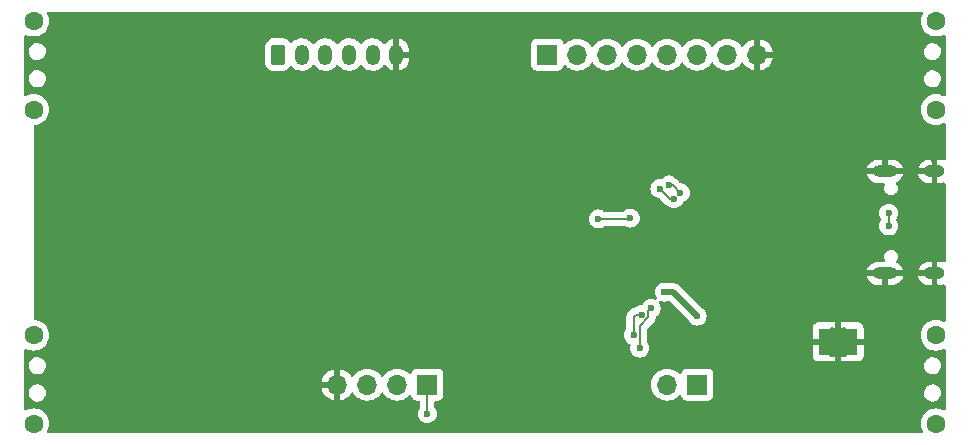
<source format=gbr>
%TF.GenerationSoftware,KiCad,Pcbnew,7.0.5*%
%TF.CreationDate,2023-10-22T09:55:20+02:00*%
%TF.ProjectId,USB E-Ink thing,55534220-452d-4496-9e6b-207468696e67,rev?*%
%TF.SameCoordinates,Original*%
%TF.FileFunction,Copper,L2,Bot*%
%TF.FilePolarity,Positive*%
%FSLAX46Y46*%
G04 Gerber Fmt 4.6, Leading zero omitted, Abs format (unit mm)*
G04 Created by KiCad (PCBNEW 7.0.5) date 2023-10-22 09:55:20*
%MOMM*%
%LPD*%
G01*
G04 APERTURE LIST*
G04 Aperture macros list*
%AMRoundRect*
0 Rectangle with rounded corners*
0 $1 Rounding radius*
0 $2 $3 $4 $5 $6 $7 $8 $9 X,Y pos of 4 corners*
0 Add a 4 corners polygon primitive as box body*
4,1,4,$2,$3,$4,$5,$6,$7,$8,$9,$2,$3,0*
0 Add four circle primitives for the rounded corners*
1,1,$1+$1,$2,$3*
1,1,$1+$1,$4,$5*
1,1,$1+$1,$6,$7*
1,1,$1+$1,$8,$9*
0 Add four rect primitives between the rounded corners*
20,1,$1+$1,$2,$3,$4,$5,0*
20,1,$1+$1,$4,$5,$6,$7,0*
20,1,$1+$1,$6,$7,$8,$9,0*
20,1,$1+$1,$8,$9,$2,$3,0*%
G04 Aperture macros list end*
%TA.AperFunction,ComponentPad*%
%ADD10C,1.600000*%
%TD*%
%TA.AperFunction,HeatsinkPad*%
%ADD11C,0.800000*%
%TD*%
%TA.AperFunction,SMDPad,CuDef*%
%ADD12R,3.292000X2.313000*%
%TD*%
%TA.AperFunction,ComponentPad*%
%ADD13R,1.700000X1.700000*%
%TD*%
%TA.AperFunction,ComponentPad*%
%ADD14O,1.700000X1.700000*%
%TD*%
%TA.AperFunction,ComponentPad*%
%ADD15O,2.100000X1.000000*%
%TD*%
%TA.AperFunction,ComponentPad*%
%ADD16O,1.800000X1.000000*%
%TD*%
%TA.AperFunction,ComponentPad*%
%ADD17RoundRect,0.250000X-0.350000X-0.625000X0.350000X-0.625000X0.350000X0.625000X-0.350000X0.625000X0*%
%TD*%
%TA.AperFunction,ComponentPad*%
%ADD18O,1.200000X1.750000*%
%TD*%
%TA.AperFunction,ViaPad*%
%ADD19C,0.600000*%
%TD*%
%TA.AperFunction,Conductor*%
%ADD20C,0.500000*%
%TD*%
%TA.AperFunction,Conductor*%
%ADD21C,0.200000*%
%TD*%
G04 APERTURE END LIST*
D10*
%TO.P,SW3,*%
%TO.N,*%
X177700000Y-101300000D03*
X177700000Y-108800000D03*
%TD*%
D11*
%TO.P,U3,9,THERMAL*%
%TO.N,GND*%
X170410000Y-127960000D03*
X169410000Y-127960000D03*
X168410000Y-127960000D03*
D12*
X169410000Y-128460000D03*
D11*
X170410000Y-128960000D03*
X169410000Y-128960000D03*
X168410000Y-128960000D03*
%TD*%
D10*
%TO.P,SW4,*%
%TO.N,*%
X177700000Y-127900000D03*
X177700000Y-135400000D03*
%TD*%
D13*
%TO.P,J3,1,Pin_1*%
%TO.N,+3V0*%
X144780000Y-104140000D03*
D14*
%TO.P,J3,2,Pin_2*%
%TO.N,/PB8*%
X147320000Y-104140000D03*
%TO.P,J3,3,Pin_3*%
%TO.N,/PB7*%
X149860000Y-104140000D03*
%TO.P,J3,4,Pin_4*%
%TO.N,/PB6*%
X152400000Y-104140000D03*
%TO.P,J3,5,Pin_5*%
%TO.N,/PB5*%
X154940000Y-104140000D03*
%TO.P,J3,6,Pin_6*%
%TO.N,/PB4*%
X157480000Y-104140000D03*
%TO.P,J3,7,Pin_7*%
%TO.N,/PA15*%
X160020000Y-104140000D03*
%TO.P,J3,8,Pin_8*%
%TO.N,GND*%
X162560000Y-104140000D03*
%TD*%
D10*
%TO.P,SW1,*%
%TO.N,*%
X101300000Y-108800000D03*
X101300000Y-101300000D03*
%TD*%
%TO.P,SW2,*%
%TO.N,*%
X101300000Y-135400000D03*
X101300000Y-127900000D03*
%TD*%
D15*
%TO.P,J6,S1,SHIELD*%
%TO.N,GND*%
X173365000Y-122670000D03*
D16*
X177565000Y-122670000D03*
D15*
X173365000Y-114030000D03*
D16*
X177565000Y-114030000D03*
%TD*%
D17*
%TO.P,J9,1,Pin_1*%
%TO.N,/MOSI*%
X122000000Y-104140000D03*
D18*
%TO.P,J9,2,Pin_2*%
%TO.N,/SCLK*%
X124000000Y-104140000D03*
%TO.P,J9,3,Pin_3*%
%TO.N,/BUSY_DBG*%
X126000000Y-104140000D03*
%TO.P,J9,4,Pin_4*%
%TO.N,/D{slash}~{C}*%
X128000000Y-104140000D03*
%TO.P,J9,5,Pin_5*%
%TO.N,/~{RES}*%
X130000000Y-104140000D03*
%TO.P,J9,6,Pin_6*%
%TO.N,GND*%
X132000000Y-104140000D03*
%TD*%
D13*
%TO.P,J8,1,Pin_1*%
%TO.N,Net-(J8-Pin_1)*%
X157480000Y-132080000D03*
D14*
%TO.P,J8,2,Pin_2*%
%TO.N,+3V0*%
X154940000Y-132080000D03*
%TD*%
D13*
%TO.P,J4,1,Pin_1*%
%TO.N,+3V0*%
X134620000Y-132080000D03*
D14*
%TO.P,J4,2,Pin_2*%
%TO.N,/SERIAL_RX*%
X132080000Y-132080000D03*
%TO.P,J4,3,Pin_3*%
%TO.N,/SERIAL_TX*%
X129540000Y-132080000D03*
%TO.P,J4,4,Pin_4*%
%TO.N,GND*%
X127000000Y-132080000D03*
%TD*%
D19*
%TO.N,GND*%
X158423000Y-112433248D03*
X170930000Y-122240000D03*
X140470000Y-128610000D03*
X170040000Y-122670000D03*
X156250000Y-111480000D03*
X117580000Y-115560000D03*
X152510000Y-124660000D03*
X114300000Y-113860000D03*
X158668790Y-114086501D03*
X160760000Y-134460000D03*
X115787009Y-124780000D03*
X111150000Y-116200000D03*
X168420000Y-109130000D03*
X170920000Y-121520000D03*
X114170000Y-122620000D03*
X153500000Y-106490000D03*
X141570000Y-118260000D03*
X171610000Y-121530000D03*
X160820000Y-125690000D03*
X146340000Y-115290000D03*
X177550000Y-113000000D03*
X170970000Y-114420000D03*
X156189110Y-114719401D03*
X160280000Y-128580000D03*
X172810000Y-124500000D03*
X171610000Y-115150000D03*
X165580013Y-128529987D03*
X147720000Y-111290000D03*
X166720000Y-112700000D03*
X166280000Y-123160000D03*
X138350000Y-118670000D03*
X121860000Y-124700000D03*
X111180000Y-121220000D03*
X162920000Y-115090000D03*
X172562646Y-112282646D03*
X170980000Y-115160000D03*
X177600000Y-123730000D03*
X161433000Y-121630000D03*
X170900026Y-118339974D03*
X121110000Y-132940000D03*
X123590000Y-112630000D03*
X114310000Y-111600000D03*
X152817764Y-116719767D03*
X167520000Y-121400000D03*
X114217354Y-116122646D03*
X148890000Y-109910000D03*
X137870000Y-128070000D03*
X150999340Y-115010000D03*
X146850000Y-129480000D03*
X152690000Y-106490000D03*
X144550000Y-128470000D03*
X143240000Y-132920000D03*
X142550000Y-128440000D03*
%TO.N,+3V0*%
X154700002Y-124245934D03*
X157470000Y-126290000D03*
X134625070Y-134554223D03*
%TO.N,/WAKEUP*%
X151810000Y-117980000D03*
X149113663Y-118058621D03*
%TO.N,/NRST*%
X155506309Y-116337341D03*
X154315380Y-115500962D03*
X153580000Y-125620000D03*
X152610000Y-129000000D03*
%TO.N,/VBUS_PRESENT*%
X156053964Y-115848040D03*
X155080000Y-115180002D03*
%TO.N,/Power/USB_IN_D+*%
X173693000Y-118651276D03*
X173692418Y-117573000D03*
%TO.N,Net-(U1-PA14)*%
X152083000Y-127898426D03*
X152790000Y-126150000D03*
%TD*%
D20*
%TO.N,+3V0*%
X155425934Y-124245934D02*
X154700002Y-124245934D01*
D21*
X134625070Y-134554223D02*
X134620000Y-134549153D01*
X134620000Y-134549153D02*
X134620000Y-132080000D01*
D20*
X157470000Y-126290000D02*
X155425934Y-124245934D01*
D21*
%TO.N,/WAKEUP*%
X149113663Y-118058621D02*
X151731379Y-118058621D01*
X151731379Y-118058621D02*
X151810000Y-117980000D01*
%TO.N,/NRST*%
X153350000Y-125850000D02*
X153350000Y-126390000D01*
X153350000Y-126390000D02*
X152610000Y-127130000D01*
X153580000Y-125620000D02*
X153350000Y-125850000D01*
X154315380Y-115500962D02*
X155151759Y-116337341D01*
X152610000Y-127130000D02*
X152610000Y-129000000D01*
X155151759Y-116337341D02*
X155506309Y-116337341D01*
%TO.N,/VBUS_PRESENT*%
X155385926Y-115180002D02*
X155080000Y-115180002D01*
X156053964Y-115848040D02*
X155385926Y-115180002D01*
%TO.N,/Power/USB_IN_D+*%
X173692418Y-118650694D02*
X173693000Y-118651276D01*
X173692418Y-117573000D02*
X173692418Y-118650694D01*
%TO.N,Net-(U1-PA14)*%
X152790000Y-126150000D02*
X152279000Y-126150000D01*
X152279000Y-126150000D02*
X152083000Y-126346000D01*
X152083000Y-126346000D02*
X152083000Y-127898426D01*
%TD*%
%TA.AperFunction,Conductor*%
%TO.N,GND*%
G36*
X176510268Y-100520185D02*
G01*
X176556023Y-100572989D01*
X176565967Y-100642147D01*
X176555611Y-100676905D01*
X176473262Y-100853502D01*
X176473258Y-100853511D01*
X176414366Y-101073302D01*
X176414364Y-101073313D01*
X176394532Y-101299998D01*
X176394532Y-101300001D01*
X176414364Y-101526686D01*
X176414366Y-101526697D01*
X176473258Y-101746488D01*
X176473261Y-101746497D01*
X176569431Y-101952732D01*
X176569432Y-101952734D01*
X176699954Y-102139141D01*
X176860858Y-102300045D01*
X176860861Y-102300047D01*
X177047266Y-102430568D01*
X177253504Y-102526739D01*
X177473308Y-102585635D01*
X177635230Y-102599801D01*
X177699998Y-102605468D01*
X177700000Y-102605468D01*
X177700002Y-102605468D01*
X177756673Y-102600509D01*
X177926692Y-102585635D01*
X178146496Y-102526739D01*
X178323095Y-102444388D01*
X178392171Y-102433897D01*
X178455955Y-102462417D01*
X178494195Y-102520893D01*
X178499499Y-102556771D01*
X178499499Y-107543228D01*
X178479814Y-107610267D01*
X178427010Y-107656022D01*
X178357852Y-107665966D01*
X178323094Y-107655610D01*
X178225855Y-107610267D01*
X178146496Y-107573261D01*
X178146492Y-107573260D01*
X178146488Y-107573258D01*
X177926697Y-107514366D01*
X177926693Y-107514365D01*
X177926692Y-107514365D01*
X177926691Y-107514364D01*
X177926686Y-107514364D01*
X177700002Y-107494532D01*
X177699998Y-107494532D01*
X177473313Y-107514364D01*
X177473302Y-107514366D01*
X177253511Y-107573258D01*
X177253502Y-107573261D01*
X177047267Y-107669431D01*
X177047265Y-107669432D01*
X176860858Y-107799954D01*
X176699954Y-107960858D01*
X176569432Y-108147265D01*
X176569431Y-108147267D01*
X176473261Y-108353502D01*
X176473258Y-108353511D01*
X176414366Y-108573302D01*
X176414364Y-108573313D01*
X176394532Y-108799998D01*
X176394532Y-108800001D01*
X176414364Y-109026686D01*
X176414366Y-109026697D01*
X176473258Y-109246488D01*
X176473261Y-109246497D01*
X176569431Y-109452732D01*
X176569432Y-109452734D01*
X176699954Y-109639141D01*
X176860858Y-109800045D01*
X176860861Y-109800047D01*
X177047266Y-109930568D01*
X177253504Y-110026739D01*
X177473308Y-110085635D01*
X177635230Y-110099801D01*
X177699998Y-110105468D01*
X177700000Y-110105468D01*
X177700002Y-110105468D01*
X177756673Y-110100509D01*
X177926692Y-110085635D01*
X178146496Y-110026739D01*
X178323095Y-109944388D01*
X178392171Y-109933897D01*
X178455955Y-109962417D01*
X178494195Y-110020893D01*
X178499499Y-110056771D01*
X178499499Y-112983033D01*
X178479814Y-113050072D01*
X178427010Y-113095827D01*
X178357852Y-113105771D01*
X178326600Y-113096984D01*
X178265909Y-113070940D01*
X178066690Y-113030000D01*
X177815000Y-113030000D01*
X177815000Y-113730000D01*
X177315000Y-113730000D01*
X177315000Y-113030000D01*
X177114287Y-113030000D01*
X176962661Y-113045418D01*
X176768618Y-113106299D01*
X176768608Y-113106304D01*
X176590784Y-113205005D01*
X176590783Y-113205005D01*
X176436469Y-113337478D01*
X176436468Y-113337479D01*
X176311981Y-113498304D01*
X176222411Y-113680906D01*
X176196754Y-113780000D01*
X176998889Y-113780000D01*
X176959390Y-113804457D01*
X176891799Y-113893962D01*
X176861105Y-114001840D01*
X176871454Y-114113521D01*
X176921448Y-114213922D01*
X176993931Y-114280000D01*
X176191634Y-114280000D01*
X176191931Y-114281946D01*
X176191933Y-114281952D01*
X176262562Y-114472657D01*
X176262565Y-114472664D01*
X176370149Y-114645267D01*
X176510264Y-114792668D01*
X176510266Y-114792669D01*
X176677195Y-114908856D01*
X176864092Y-114989059D01*
X177063310Y-115030000D01*
X177315000Y-115030000D01*
X177315000Y-114330000D01*
X177815000Y-114330000D01*
X177815000Y-115030000D01*
X178015713Y-115030000D01*
X178167338Y-115014581D01*
X178338378Y-114960917D01*
X178408236Y-114959629D01*
X178467700Y-114996314D01*
X178497891Y-115059325D01*
X178499499Y-115079230D01*
X178499499Y-121623033D01*
X178479814Y-121690072D01*
X178427010Y-121735827D01*
X178357852Y-121745771D01*
X178326600Y-121736984D01*
X178265909Y-121710940D01*
X178066690Y-121670000D01*
X177815000Y-121670000D01*
X177815000Y-122370000D01*
X177315000Y-122370000D01*
X177315000Y-121670000D01*
X177114287Y-121670000D01*
X176962661Y-121685418D01*
X176768618Y-121746299D01*
X176768608Y-121746304D01*
X176590784Y-121845005D01*
X176590783Y-121845005D01*
X176436469Y-121977478D01*
X176436468Y-121977479D01*
X176311981Y-122138304D01*
X176222411Y-122320906D01*
X176196754Y-122420000D01*
X176998889Y-122420000D01*
X176959390Y-122444457D01*
X176891799Y-122533962D01*
X176861105Y-122641840D01*
X176871454Y-122753521D01*
X176921448Y-122853922D01*
X176993931Y-122920000D01*
X176191634Y-122920000D01*
X176191931Y-122921946D01*
X176191933Y-122921952D01*
X176262562Y-123112657D01*
X176262565Y-123112664D01*
X176370149Y-123285267D01*
X176510264Y-123432668D01*
X176510266Y-123432669D01*
X176677195Y-123548856D01*
X176864092Y-123629059D01*
X177063310Y-123670000D01*
X177315000Y-123670000D01*
X177315000Y-122970000D01*
X177815000Y-122970000D01*
X177815000Y-123670000D01*
X178015713Y-123670000D01*
X178167338Y-123654581D01*
X178338378Y-123600917D01*
X178408236Y-123599629D01*
X178467700Y-123636314D01*
X178497891Y-123699325D01*
X178499499Y-123719230D01*
X178499499Y-126643228D01*
X178479814Y-126710267D01*
X178427010Y-126756022D01*
X178357852Y-126765966D01*
X178323094Y-126755610D01*
X178188485Y-126692841D01*
X178146496Y-126673261D01*
X178146492Y-126673260D01*
X178146488Y-126673258D01*
X177926697Y-126614366D01*
X177926693Y-126614365D01*
X177926692Y-126614365D01*
X177926691Y-126614364D01*
X177926686Y-126614364D01*
X177700002Y-126594532D01*
X177699998Y-126594532D01*
X177473313Y-126614364D01*
X177473302Y-126614366D01*
X177253511Y-126673258D01*
X177253502Y-126673261D01*
X177047267Y-126769431D01*
X177047265Y-126769432D01*
X176860858Y-126899954D01*
X176699954Y-127060858D01*
X176569432Y-127247265D01*
X176569431Y-127247267D01*
X176473261Y-127453502D01*
X176473258Y-127453511D01*
X176414366Y-127673302D01*
X176414364Y-127673313D01*
X176394532Y-127899998D01*
X176394532Y-127900001D01*
X176414364Y-128126686D01*
X176414366Y-128126697D01*
X176473258Y-128346488D01*
X176473261Y-128346497D01*
X176569431Y-128552732D01*
X176569432Y-128552734D01*
X176699954Y-128739141D01*
X176860858Y-128900045D01*
X176860861Y-128900047D01*
X177047266Y-129030568D01*
X177253504Y-129126739D01*
X177473308Y-129185635D01*
X177635230Y-129199801D01*
X177699998Y-129205468D01*
X177700000Y-129205468D01*
X177700002Y-129205468D01*
X177756673Y-129200509D01*
X177926692Y-129185635D01*
X178146496Y-129126739D01*
X178323095Y-129044388D01*
X178392171Y-129033897D01*
X178455955Y-129062417D01*
X178494195Y-129120893D01*
X178499499Y-129156771D01*
X178499499Y-134143228D01*
X178479814Y-134210267D01*
X178427010Y-134256022D01*
X178357852Y-134265966D01*
X178323094Y-134255610D01*
X178213919Y-134204701D01*
X178146496Y-134173261D01*
X178146492Y-134173260D01*
X178146488Y-134173258D01*
X177926697Y-134114366D01*
X177926693Y-134114365D01*
X177926692Y-134114365D01*
X177926691Y-134114364D01*
X177926686Y-134114364D01*
X177700002Y-134094532D01*
X177699998Y-134094532D01*
X177473313Y-134114364D01*
X177473302Y-134114366D01*
X177253511Y-134173258D01*
X177253502Y-134173261D01*
X177047267Y-134269431D01*
X177047265Y-134269432D01*
X176860858Y-134399954D01*
X176699954Y-134560858D01*
X176569432Y-134747265D01*
X176569431Y-134747267D01*
X176473261Y-134953502D01*
X176473258Y-134953511D01*
X176414366Y-135173302D01*
X176414364Y-135173313D01*
X176394532Y-135399998D01*
X176394532Y-135400001D01*
X176414364Y-135626686D01*
X176414366Y-135626697D01*
X176473258Y-135846488D01*
X176473260Y-135846492D01*
X176473261Y-135846496D01*
X176553334Y-136018213D01*
X176555611Y-136023095D01*
X176566103Y-136092173D01*
X176537583Y-136155957D01*
X176479107Y-136194196D01*
X176443229Y-136199500D01*
X102556771Y-136199500D01*
X102489732Y-136179815D01*
X102443977Y-136127011D01*
X102434033Y-136057853D01*
X102444389Y-136023095D01*
X102445195Y-136021365D01*
X102526739Y-135846496D01*
X102585635Y-135626692D01*
X102605468Y-135400000D01*
X102585635Y-135173308D01*
X102526739Y-134953504D01*
X102430568Y-134747266D01*
X102300047Y-134560861D01*
X102300045Y-134560858D01*
X102139141Y-134399954D01*
X101952734Y-134269432D01*
X101952732Y-134269431D01*
X101746497Y-134173261D01*
X101746488Y-134173258D01*
X101526697Y-134114366D01*
X101526693Y-134114365D01*
X101526692Y-134114365D01*
X101526691Y-134114364D01*
X101526686Y-134114364D01*
X101300002Y-134094532D01*
X101299998Y-134094532D01*
X101073313Y-134114364D01*
X101073302Y-134114366D01*
X100853511Y-134173258D01*
X100853504Y-134173260D01*
X100853504Y-134173261D01*
X100786081Y-134204701D01*
X100676905Y-134255611D01*
X100607827Y-134266103D01*
X100544043Y-134237583D01*
X100505804Y-134179107D01*
X100500500Y-134143229D01*
X100500500Y-132842469D01*
X100870796Y-132842469D01*
X100870797Y-132842471D01*
X100900245Y-133009485D01*
X100900246Y-133009488D01*
X100900247Y-133009492D01*
X100967421Y-133165219D01*
X101068698Y-133301258D01*
X101198617Y-133410273D01*
X101350175Y-133486388D01*
X101515201Y-133525500D01*
X101515203Y-133525500D01*
X101642249Y-133525500D01*
X101642256Y-133525500D01*
X101768451Y-133510750D01*
X101927820Y-133452744D01*
X102069517Y-133359549D01*
X102185902Y-133236188D01*
X102270701Y-133089312D01*
X102319342Y-132926839D01*
X102329203Y-132757529D01*
X102299753Y-132590508D01*
X102232579Y-132434781D01*
X102154573Y-132330000D01*
X125669364Y-132330000D01*
X125726567Y-132543486D01*
X125726570Y-132543492D01*
X125826399Y-132757578D01*
X125961894Y-132951082D01*
X126128917Y-133118105D01*
X126322421Y-133253600D01*
X126536507Y-133353429D01*
X126536516Y-133353433D01*
X126750000Y-133410634D01*
X126750000Y-132515501D01*
X126857685Y-132564680D01*
X126964237Y-132580000D01*
X127035763Y-132580000D01*
X127142315Y-132564680D01*
X127250000Y-132515501D01*
X127250000Y-133410633D01*
X127463483Y-133353433D01*
X127463492Y-133353429D01*
X127677578Y-133253600D01*
X127871082Y-133118105D01*
X128038105Y-132951082D01*
X128168119Y-132765405D01*
X128222696Y-132721781D01*
X128292195Y-132714588D01*
X128354549Y-132746110D01*
X128371269Y-132765405D01*
X128501505Y-132951401D01*
X128668599Y-133118495D01*
X128765384Y-133186265D01*
X128862165Y-133254032D01*
X128862167Y-133254033D01*
X128862170Y-133254035D01*
X129076337Y-133353903D01*
X129304592Y-133415063D01*
X129481034Y-133430500D01*
X129539999Y-133435659D01*
X129540000Y-133435659D01*
X129540001Y-133435659D01*
X129598966Y-133430500D01*
X129775408Y-133415063D01*
X130003663Y-133353903D01*
X130217830Y-133254035D01*
X130411401Y-133118495D01*
X130578495Y-132951401D01*
X130708424Y-132765842D01*
X130763002Y-132722217D01*
X130832500Y-132715023D01*
X130894855Y-132746546D01*
X130911575Y-132765842D01*
X131041500Y-132951395D01*
X131041505Y-132951401D01*
X131208599Y-133118495D01*
X131305384Y-133186265D01*
X131402165Y-133254032D01*
X131402167Y-133254033D01*
X131402170Y-133254035D01*
X131616337Y-133353903D01*
X131844592Y-133415063D01*
X132021034Y-133430500D01*
X132079999Y-133435659D01*
X132080000Y-133435659D01*
X132080001Y-133435659D01*
X132138966Y-133430500D01*
X132315408Y-133415063D01*
X132543663Y-133353903D01*
X132757830Y-133254035D01*
X132951401Y-133118495D01*
X133073329Y-132996566D01*
X133134648Y-132963084D01*
X133204340Y-132968068D01*
X133260274Y-133009939D01*
X133277189Y-133040917D01*
X133326202Y-133172328D01*
X133326206Y-133172335D01*
X133412452Y-133287544D01*
X133412455Y-133287547D01*
X133527664Y-133373793D01*
X133527671Y-133373797D01*
X133572618Y-133390560D01*
X133662517Y-133424091D01*
X133722127Y-133430500D01*
X133895499Y-133430499D01*
X133962538Y-133450183D01*
X134008293Y-133502987D01*
X134019499Y-133554499D01*
X134019500Y-133978168D01*
X133999816Y-134045207D01*
X133997251Y-134048783D01*
X133899281Y-134204699D01*
X133839701Y-134374968D01*
X133839700Y-134374973D01*
X133819505Y-134554219D01*
X133819505Y-134554226D01*
X133839700Y-134733472D01*
X133839701Y-134733477D01*
X133899281Y-134903746D01*
X133930551Y-134953511D01*
X133995254Y-135056485D01*
X134122808Y-135184039D01*
X134275548Y-135280012D01*
X134445814Y-135339591D01*
X134445815Y-135339591D01*
X134445820Y-135339592D01*
X134625066Y-135359788D01*
X134625070Y-135359788D01*
X134625074Y-135359788D01*
X134804319Y-135339592D01*
X134804322Y-135339591D01*
X134804325Y-135339591D01*
X134974592Y-135280012D01*
X135127332Y-135184039D01*
X135254886Y-135056485D01*
X135350859Y-134903745D01*
X135410438Y-134733478D01*
X135429887Y-134560861D01*
X135430635Y-134554226D01*
X135430635Y-134554219D01*
X135410439Y-134374973D01*
X135410438Y-134374968D01*
X135372344Y-134266103D01*
X135350859Y-134204701D01*
X135254886Y-134051961D01*
X135254881Y-134051956D01*
X135250545Y-134046518D01*
X135252106Y-134045272D01*
X135223329Y-133992550D01*
X135220500Y-133966212D01*
X135220500Y-133554499D01*
X135240185Y-133487460D01*
X135292989Y-133441705D01*
X135344500Y-133430499D01*
X135517871Y-133430499D01*
X135517872Y-133430499D01*
X135577483Y-133424091D01*
X135712331Y-133373796D01*
X135827546Y-133287546D01*
X135913796Y-133172331D01*
X135964091Y-133037483D01*
X135970500Y-132977873D01*
X135970499Y-132080000D01*
X153584341Y-132080000D01*
X153604936Y-132315403D01*
X153604938Y-132315413D01*
X153666094Y-132543655D01*
X153666096Y-132543659D01*
X153666097Y-132543663D01*
X153687942Y-132590509D01*
X153765965Y-132757830D01*
X153765967Y-132757834D01*
X153825230Y-132842469D01*
X153901505Y-132951401D01*
X154068599Y-133118495D01*
X154165384Y-133186265D01*
X154262165Y-133254032D01*
X154262167Y-133254033D01*
X154262170Y-133254035D01*
X154476337Y-133353903D01*
X154704592Y-133415063D01*
X154881034Y-133430500D01*
X154939999Y-133435659D01*
X154940000Y-133435659D01*
X154940001Y-133435659D01*
X154998966Y-133430500D01*
X155175408Y-133415063D01*
X155403663Y-133353903D01*
X155617830Y-133254035D01*
X155811401Y-133118495D01*
X155933329Y-132996566D01*
X155994648Y-132963084D01*
X156064340Y-132968068D01*
X156120274Y-133009939D01*
X156137189Y-133040917D01*
X156186202Y-133172328D01*
X156186206Y-133172335D01*
X156272452Y-133287544D01*
X156272455Y-133287547D01*
X156387664Y-133373793D01*
X156387671Y-133373797D01*
X156522517Y-133424091D01*
X156522516Y-133424091D01*
X156529444Y-133424835D01*
X156582127Y-133430500D01*
X158377872Y-133430499D01*
X158437483Y-133424091D01*
X158572331Y-133373796D01*
X158687546Y-133287546D01*
X158773796Y-133172331D01*
X158824091Y-133037483D01*
X158830500Y-132977873D01*
X158830500Y-132842469D01*
X176670796Y-132842469D01*
X176670797Y-132842471D01*
X176700245Y-133009485D01*
X176700246Y-133009488D01*
X176700247Y-133009492D01*
X176767421Y-133165219D01*
X176868698Y-133301258D01*
X176998617Y-133410273D01*
X177150175Y-133486388D01*
X177315201Y-133525500D01*
X177315203Y-133525500D01*
X177442249Y-133525500D01*
X177442256Y-133525500D01*
X177568451Y-133510750D01*
X177727820Y-133452744D01*
X177869517Y-133359549D01*
X177985902Y-133236188D01*
X178070701Y-133089312D01*
X178119342Y-132926839D01*
X178129203Y-132757529D01*
X178099753Y-132590508D01*
X178032579Y-132434781D01*
X177931302Y-132298742D01*
X177801383Y-132189727D01*
X177800066Y-132189065D01*
X177649828Y-132113613D01*
X177649826Y-132113612D01*
X177649825Y-132113612D01*
X177484799Y-132074500D01*
X177357744Y-132074500D01*
X177247323Y-132087406D01*
X177231548Y-132089250D01*
X177072181Y-132147255D01*
X177007607Y-132189726D01*
X176930483Y-132240451D01*
X176930482Y-132240451D01*
X176930482Y-132240452D01*
X176814098Y-132363810D01*
X176729300Y-132510685D01*
X176680658Y-132673159D01*
X176680657Y-132673165D01*
X176670796Y-132842469D01*
X158830500Y-132842469D01*
X158830499Y-131182128D01*
X158824091Y-131122517D01*
X158822810Y-131119083D01*
X158773797Y-130987671D01*
X158773793Y-130987664D01*
X158687547Y-130872455D01*
X158687544Y-130872452D01*
X158572335Y-130786206D01*
X158572328Y-130786202D01*
X158437482Y-130735908D01*
X158437483Y-130735908D01*
X158377883Y-130729501D01*
X158377881Y-130729500D01*
X158377873Y-130729500D01*
X158377864Y-130729500D01*
X156582129Y-130729500D01*
X156582123Y-130729501D01*
X156522516Y-130735908D01*
X156387671Y-130786202D01*
X156387664Y-130786206D01*
X156272455Y-130872452D01*
X156272452Y-130872455D01*
X156186206Y-130987664D01*
X156186203Y-130987669D01*
X156137189Y-131119083D01*
X156095317Y-131175016D01*
X156029853Y-131199433D01*
X155961580Y-131184581D01*
X155933326Y-131163430D01*
X155811402Y-131041506D01*
X155811395Y-131041501D01*
X155617834Y-130905967D01*
X155617830Y-130905965D01*
X155617829Y-130905964D01*
X155403663Y-130806097D01*
X155403659Y-130806096D01*
X155403655Y-130806094D01*
X155175413Y-130744938D01*
X155175403Y-130744936D01*
X154940001Y-130724341D01*
X154939999Y-130724341D01*
X154704596Y-130744936D01*
X154704586Y-130744938D01*
X154476344Y-130806094D01*
X154476335Y-130806098D01*
X154262171Y-130905964D01*
X154262169Y-130905965D01*
X154068597Y-131041505D01*
X153901505Y-131208597D01*
X153765965Y-131402169D01*
X153765964Y-131402171D01*
X153666098Y-131616335D01*
X153666094Y-131616344D01*
X153604938Y-131844586D01*
X153604936Y-131844596D01*
X153584341Y-132079999D01*
X153584341Y-132080000D01*
X135970499Y-132080000D01*
X135970499Y-131182128D01*
X135964091Y-131122517D01*
X135962810Y-131119083D01*
X135913797Y-130987671D01*
X135913793Y-130987664D01*
X135827547Y-130872455D01*
X135827544Y-130872452D01*
X135712335Y-130786206D01*
X135712328Y-130786202D01*
X135577482Y-130735908D01*
X135577483Y-130735908D01*
X135517883Y-130729501D01*
X135517881Y-130729500D01*
X135517873Y-130729500D01*
X135517864Y-130729500D01*
X133722129Y-130729500D01*
X133722123Y-130729501D01*
X133662516Y-130735908D01*
X133527671Y-130786202D01*
X133527664Y-130786206D01*
X133412455Y-130872452D01*
X133412452Y-130872455D01*
X133326206Y-130987664D01*
X133326203Y-130987669D01*
X133277189Y-131119083D01*
X133235317Y-131175016D01*
X133169853Y-131199433D01*
X133101580Y-131184581D01*
X133073326Y-131163430D01*
X132951402Y-131041506D01*
X132951395Y-131041501D01*
X132757834Y-130905967D01*
X132757830Y-130905965D01*
X132757828Y-130905964D01*
X132543663Y-130806097D01*
X132543659Y-130806096D01*
X132543655Y-130806094D01*
X132315413Y-130744938D01*
X132315403Y-130744936D01*
X132080001Y-130724341D01*
X132079999Y-130724341D01*
X131844596Y-130744936D01*
X131844586Y-130744938D01*
X131616344Y-130806094D01*
X131616335Y-130806098D01*
X131402171Y-130905964D01*
X131402169Y-130905965D01*
X131208597Y-131041505D01*
X131041505Y-131208597D01*
X130911575Y-131394158D01*
X130856998Y-131437783D01*
X130787500Y-131444977D01*
X130725145Y-131413454D01*
X130708425Y-131394158D01*
X130578494Y-131208597D01*
X130411402Y-131041506D01*
X130411395Y-131041501D01*
X130217834Y-130905967D01*
X130217830Y-130905965D01*
X130217829Y-130905964D01*
X130003663Y-130806097D01*
X130003659Y-130806096D01*
X130003655Y-130806094D01*
X129775413Y-130744938D01*
X129775403Y-130744936D01*
X129540001Y-130724341D01*
X129539999Y-130724341D01*
X129304596Y-130744936D01*
X129304586Y-130744938D01*
X129076344Y-130806094D01*
X129076335Y-130806098D01*
X128862171Y-130905964D01*
X128862169Y-130905965D01*
X128668597Y-131041505D01*
X128501508Y-131208594D01*
X128371269Y-131394595D01*
X128316692Y-131438219D01*
X128247193Y-131445412D01*
X128184839Y-131413890D01*
X128168119Y-131394594D01*
X128038113Y-131208926D01*
X128038108Y-131208920D01*
X127871082Y-131041894D01*
X127677578Y-130906399D01*
X127463492Y-130806570D01*
X127463486Y-130806567D01*
X127250000Y-130749364D01*
X127250000Y-131644498D01*
X127142315Y-131595320D01*
X127035763Y-131580000D01*
X126964237Y-131580000D01*
X126857685Y-131595320D01*
X126750000Y-131644498D01*
X126750000Y-130749364D01*
X126749999Y-130749364D01*
X126536513Y-130806567D01*
X126536507Y-130806570D01*
X126322422Y-130906399D01*
X126322420Y-130906400D01*
X126128926Y-131041886D01*
X126128920Y-131041891D01*
X125961891Y-131208920D01*
X125961886Y-131208926D01*
X125826400Y-131402420D01*
X125826399Y-131402422D01*
X125726570Y-131616507D01*
X125726567Y-131616513D01*
X125669364Y-131829999D01*
X125669364Y-131830000D01*
X126566314Y-131830000D01*
X126540507Y-131870156D01*
X126500000Y-132008111D01*
X126500000Y-132151889D01*
X126540507Y-132289844D01*
X126566314Y-132330000D01*
X125669364Y-132330000D01*
X102154573Y-132330000D01*
X102131302Y-132298742D01*
X102001383Y-132189727D01*
X102000066Y-132189065D01*
X101849828Y-132113613D01*
X101849826Y-132113612D01*
X101849825Y-132113612D01*
X101684799Y-132074500D01*
X101557744Y-132074500D01*
X101447323Y-132087406D01*
X101431548Y-132089250D01*
X101272181Y-132147255D01*
X101207607Y-132189726D01*
X101130483Y-132240451D01*
X101130482Y-132240451D01*
X101130482Y-132240452D01*
X101014098Y-132363810D01*
X100929300Y-132510685D01*
X100880658Y-132673159D01*
X100880657Y-132673165D01*
X100870796Y-132842469D01*
X100500500Y-132842469D01*
X100500500Y-130542469D01*
X100870796Y-130542469D01*
X100870797Y-130542471D01*
X100900245Y-130709485D01*
X100900246Y-130709488D01*
X100900247Y-130709492D01*
X100967421Y-130865219D01*
X101068698Y-131001258D01*
X101198617Y-131110273D01*
X101350175Y-131186388D01*
X101515201Y-131225500D01*
X101515203Y-131225500D01*
X101642249Y-131225500D01*
X101642256Y-131225500D01*
X101768451Y-131210750D01*
X101927820Y-131152744D01*
X102069517Y-131059549D01*
X102185902Y-130936188D01*
X102270701Y-130789312D01*
X102319342Y-130626839D01*
X102324256Y-130542469D01*
X176670796Y-130542469D01*
X176670797Y-130542471D01*
X176700245Y-130709485D01*
X176700246Y-130709488D01*
X176700247Y-130709492D01*
X176767421Y-130865219D01*
X176868698Y-131001258D01*
X176998617Y-131110273D01*
X177150175Y-131186388D01*
X177315201Y-131225500D01*
X177315203Y-131225500D01*
X177442249Y-131225500D01*
X177442256Y-131225500D01*
X177568451Y-131210750D01*
X177727820Y-131152744D01*
X177869517Y-131059549D01*
X177985902Y-130936188D01*
X178070701Y-130789312D01*
X178119342Y-130626839D01*
X178129203Y-130457529D01*
X178099753Y-130290508D01*
X178032579Y-130134781D01*
X177931302Y-129998742D01*
X177801383Y-129889727D01*
X177739376Y-129858586D01*
X177649828Y-129813613D01*
X177649826Y-129813612D01*
X177649825Y-129813612D01*
X177484799Y-129774500D01*
X177357744Y-129774500D01*
X177247323Y-129787406D01*
X177231548Y-129789250D01*
X177072181Y-129847255D01*
X177007607Y-129889726D01*
X176930483Y-129940451D01*
X176930482Y-129940451D01*
X176930482Y-129940452D01*
X176814098Y-130063810D01*
X176729300Y-130210685D01*
X176680658Y-130373159D01*
X176680657Y-130373165D01*
X176670796Y-130542469D01*
X102324256Y-130542469D01*
X102329203Y-130457529D01*
X102299753Y-130290508D01*
X102232579Y-130134781D01*
X102131302Y-129998742D01*
X102001383Y-129889727D01*
X101939376Y-129858586D01*
X101849828Y-129813613D01*
X101849826Y-129813612D01*
X101849825Y-129813612D01*
X101684799Y-129774500D01*
X101557744Y-129774500D01*
X101447323Y-129787406D01*
X101431548Y-129789250D01*
X101272181Y-129847255D01*
X101207607Y-129889726D01*
X101130483Y-129940451D01*
X101130482Y-129940451D01*
X101130482Y-129940452D01*
X101014098Y-130063810D01*
X100929300Y-130210685D01*
X100880658Y-130373159D01*
X100880657Y-130373165D01*
X100870796Y-130542469D01*
X100500500Y-130542469D01*
X100500500Y-129156771D01*
X100520185Y-129089732D01*
X100572989Y-129043977D01*
X100642147Y-129034033D01*
X100676905Y-129044389D01*
X100853504Y-129126739D01*
X101073308Y-129185635D01*
X101235230Y-129199801D01*
X101299998Y-129205468D01*
X101300000Y-129205468D01*
X101300002Y-129205468D01*
X101356673Y-129200509D01*
X101526692Y-129185635D01*
X101746496Y-129126739D01*
X101952734Y-129030568D01*
X102139139Y-128900047D01*
X102300047Y-128739139D01*
X102430568Y-128552734D01*
X102526739Y-128346496D01*
X102585635Y-128126692D01*
X102605468Y-127900000D01*
X102605331Y-127898429D01*
X151277435Y-127898429D01*
X151297630Y-128077675D01*
X151297631Y-128077680D01*
X151357211Y-128247949D01*
X151453184Y-128400688D01*
X151580738Y-128528242D01*
X151619714Y-128552732D01*
X151733479Y-128624216D01*
X151758912Y-128633115D01*
X151815689Y-128673836D01*
X151841437Y-128738788D01*
X151835001Y-128791111D01*
X151824631Y-128820747D01*
X151804435Y-128999996D01*
X151804435Y-129000003D01*
X151824630Y-129179249D01*
X151824631Y-129179254D01*
X151884211Y-129349523D01*
X151980184Y-129502261D01*
X151980184Y-129502262D01*
X152107738Y-129629816D01*
X152260478Y-129725789D01*
X152342164Y-129754372D01*
X152430745Y-129785368D01*
X152430750Y-129785369D01*
X152609996Y-129805565D01*
X152610000Y-129805565D01*
X152610004Y-129805565D01*
X152789249Y-129785369D01*
X152789252Y-129785368D01*
X152789255Y-129785368D01*
X152959522Y-129725789D01*
X153112262Y-129629816D01*
X153239816Y-129502262D01*
X153335789Y-129349522D01*
X153395368Y-129179255D01*
X153395369Y-129179249D01*
X153415565Y-129000003D01*
X153415565Y-128999996D01*
X153395369Y-128820750D01*
X153395368Y-128820745D01*
X153381027Y-128779760D01*
X153356617Y-128710000D01*
X167264000Y-128710000D01*
X167264000Y-129664344D01*
X167270401Y-129723872D01*
X167270403Y-129723879D01*
X167320645Y-129858586D01*
X167320649Y-129858593D01*
X167406809Y-129973687D01*
X167406812Y-129973690D01*
X167521906Y-130059850D01*
X167521913Y-130059854D01*
X167656620Y-130110096D01*
X167656627Y-130110098D01*
X167716155Y-130116499D01*
X167716172Y-130116500D01*
X169160000Y-130116500D01*
X169660000Y-130116500D01*
X171103828Y-130116500D01*
X171103844Y-130116499D01*
X171163372Y-130110098D01*
X171163379Y-130110096D01*
X171298086Y-130059854D01*
X171298093Y-130059850D01*
X171413187Y-129973690D01*
X171413190Y-129973687D01*
X171499350Y-129858593D01*
X171499354Y-129858586D01*
X171549596Y-129723879D01*
X171549598Y-129723872D01*
X171555999Y-129664344D01*
X171556000Y-129664327D01*
X171556000Y-128710000D01*
X171013552Y-128710000D01*
X170604189Y-129119363D01*
X170645495Y-129057545D01*
X170664898Y-128960000D01*
X170645495Y-128862455D01*
X170590240Y-128779760D01*
X170507545Y-128724505D01*
X170434624Y-128710000D01*
X170385376Y-128710000D01*
X170312455Y-128724505D01*
X170229760Y-128779760D01*
X170174505Y-128862455D01*
X170155102Y-128960000D01*
X170174505Y-129057545D01*
X170229760Y-129140240D01*
X170312455Y-129195495D01*
X170385376Y-129210000D01*
X170434624Y-129210000D01*
X170507545Y-129195495D01*
X170569363Y-129154189D01*
X170410000Y-129313553D01*
X169997681Y-129725871D01*
X169936358Y-129759356D01*
X169866666Y-129754372D01*
X169822319Y-129725871D01*
X169660000Y-129563552D01*
X169660000Y-130116500D01*
X169160000Y-130116500D01*
X169160000Y-129563552D01*
X169159999Y-129563551D01*
X168997680Y-129725871D01*
X168936357Y-129759356D01*
X168866665Y-129754372D01*
X168822318Y-129725871D01*
X168250635Y-129154188D01*
X168312455Y-129195495D01*
X168385376Y-129210000D01*
X168434624Y-129210000D01*
X168507545Y-129195495D01*
X168590240Y-129140240D01*
X168645495Y-129057545D01*
X168664898Y-128960000D01*
X168763553Y-128960000D01*
X168910000Y-129106446D01*
X169056447Y-128960000D01*
X169155102Y-128960000D01*
X169174505Y-129057545D01*
X169229760Y-129140240D01*
X169312455Y-129195495D01*
X169385376Y-129210000D01*
X169434624Y-129210000D01*
X169507545Y-129195495D01*
X169590240Y-129140240D01*
X169645495Y-129057545D01*
X169664898Y-128960000D01*
X169664898Y-128959999D01*
X169763553Y-128959999D01*
X169910000Y-129106446D01*
X170056446Y-128960001D01*
X170056446Y-128960000D01*
X169910000Y-128813553D01*
X169763553Y-128959999D01*
X169664898Y-128959999D01*
X169645495Y-128862455D01*
X169590240Y-128779760D01*
X169507545Y-128724505D01*
X169434624Y-128710000D01*
X169385376Y-128710000D01*
X169312455Y-128724505D01*
X169229760Y-128779760D01*
X169174505Y-128862455D01*
X169155102Y-128960000D01*
X169056447Y-128960000D01*
X168910000Y-128813553D01*
X168763553Y-128960000D01*
X168664898Y-128960000D01*
X168645495Y-128862455D01*
X168590240Y-128779760D01*
X168507545Y-128724505D01*
X168434624Y-128710000D01*
X168385376Y-128710000D01*
X168312455Y-128724505D01*
X168229760Y-128779760D01*
X168174505Y-128862455D01*
X168155102Y-128960000D01*
X168174505Y-129057545D01*
X168215811Y-129119364D01*
X167806447Y-128710000D01*
X167264000Y-128710000D01*
X153356617Y-128710000D01*
X153335789Y-128650478D01*
X153319287Y-128624216D01*
X153239813Y-128497734D01*
X153237550Y-128494896D01*
X153236659Y-128492715D01*
X153236111Y-128491842D01*
X153236264Y-128491745D01*
X153211144Y-128430209D01*
X153210500Y-128417587D01*
X153210500Y-128210000D01*
X167264000Y-128210000D01*
X167806447Y-128210000D01*
X167806447Y-128209999D01*
X168215811Y-127800634D01*
X168174505Y-127862455D01*
X168155102Y-127960000D01*
X168174505Y-128057545D01*
X168229760Y-128140240D01*
X168312455Y-128195495D01*
X168385376Y-128210000D01*
X168434624Y-128210000D01*
X168507545Y-128195495D01*
X168590240Y-128140240D01*
X168645495Y-128057545D01*
X168664898Y-127960000D01*
X168664898Y-127959999D01*
X168763553Y-127959999D01*
X168910000Y-128106446D01*
X169056446Y-127960001D01*
X169056446Y-127960000D01*
X169155102Y-127960000D01*
X169174505Y-128057545D01*
X169229760Y-128140240D01*
X169312455Y-128195495D01*
X169385376Y-128210000D01*
X169434624Y-128210000D01*
X169507545Y-128195495D01*
X169590240Y-128140240D01*
X169645495Y-128057545D01*
X169664898Y-127960000D01*
X169664898Y-127959999D01*
X169763553Y-127959999D01*
X169910000Y-128106446D01*
X170056447Y-127960000D01*
X170056447Y-127959999D01*
X169910000Y-127813553D01*
X169763553Y-127959999D01*
X169664898Y-127959999D01*
X169645495Y-127862455D01*
X169590240Y-127779760D01*
X169507545Y-127724505D01*
X169434624Y-127710000D01*
X169385376Y-127710000D01*
X169312455Y-127724505D01*
X169229760Y-127779760D01*
X169174505Y-127862455D01*
X169155102Y-127960000D01*
X169056446Y-127960000D01*
X168910000Y-127813553D01*
X168763553Y-127959999D01*
X168664898Y-127959999D01*
X168645495Y-127862455D01*
X168590240Y-127779760D01*
X168507545Y-127724505D01*
X168434624Y-127710000D01*
X168385376Y-127710000D01*
X168312455Y-127724505D01*
X168250634Y-127765811D01*
X168410000Y-127606447D01*
X168822318Y-127194128D01*
X168883641Y-127160643D01*
X168953332Y-127165627D01*
X168997680Y-127194128D01*
X169159999Y-127356447D01*
X169160000Y-127356446D01*
X169160000Y-126803500D01*
X169660000Y-126803500D01*
X169660000Y-127356447D01*
X169822319Y-127194128D01*
X169883642Y-127160643D01*
X169953333Y-127165627D01*
X169997681Y-127194128D01*
X170569364Y-127765811D01*
X170507545Y-127724505D01*
X170434624Y-127710000D01*
X170385376Y-127710000D01*
X170312455Y-127724505D01*
X170229760Y-127779760D01*
X170174505Y-127862455D01*
X170155102Y-127960000D01*
X170174505Y-128057545D01*
X170229760Y-128140240D01*
X170312455Y-128195495D01*
X170385376Y-128210000D01*
X170434624Y-128210000D01*
X170507545Y-128195495D01*
X170590240Y-128140240D01*
X170645495Y-128057545D01*
X170664898Y-127960000D01*
X170645495Y-127862455D01*
X170604188Y-127800635D01*
X171013553Y-128210000D01*
X171556000Y-128210000D01*
X171556000Y-127255672D01*
X171555999Y-127255655D01*
X171549598Y-127196127D01*
X171549596Y-127196120D01*
X171499354Y-127061413D01*
X171499350Y-127061406D01*
X171413190Y-126946312D01*
X171413187Y-126946309D01*
X171298093Y-126860149D01*
X171298086Y-126860145D01*
X171163379Y-126809903D01*
X171163372Y-126809901D01*
X171103844Y-126803500D01*
X169660000Y-126803500D01*
X169160000Y-126803500D01*
X167716155Y-126803500D01*
X167656627Y-126809901D01*
X167656620Y-126809903D01*
X167521913Y-126860145D01*
X167521906Y-126860149D01*
X167406812Y-126946309D01*
X167406809Y-126946312D01*
X167320649Y-127061406D01*
X167320645Y-127061413D01*
X167270403Y-127196120D01*
X167270401Y-127196127D01*
X167264000Y-127255655D01*
X167264000Y-128210000D01*
X153210500Y-128210000D01*
X153210500Y-127430096D01*
X153230185Y-127363057D01*
X153246819Y-127342415D01*
X153493669Y-127095565D01*
X153743914Y-126845319D01*
X153749999Y-126839983D01*
X153778282Y-126818282D01*
X153874536Y-126692841D01*
X153935044Y-126546762D01*
X153950500Y-126429361D01*
X153955682Y-126390000D01*
X153956743Y-126381942D01*
X153960228Y-126382400D01*
X153975367Y-126330844D01*
X154013711Y-126292889D01*
X154018315Y-126289996D01*
X154082262Y-126249816D01*
X154209816Y-126122262D01*
X154305789Y-125969522D01*
X154365368Y-125799255D01*
X154370231Y-125756096D01*
X154385565Y-125620003D01*
X154385565Y-125619996D01*
X154365369Y-125440750D01*
X154365368Y-125440745D01*
X154365367Y-125440745D01*
X154305789Y-125270478D01*
X154241105Y-125167534D01*
X154222105Y-125100297D01*
X154242473Y-125033462D01*
X154295740Y-124988248D01*
X154364997Y-124979010D01*
X154387054Y-124984521D01*
X154520739Y-125031300D01*
X154520745Y-125031301D01*
X154520747Y-125031302D01*
X154520748Y-125031302D01*
X154520752Y-125031303D01*
X154699998Y-125051499D01*
X154700002Y-125051499D01*
X154700006Y-125051499D01*
X154879251Y-125031303D01*
X154879254Y-125031302D01*
X154879257Y-125031302D01*
X154959019Y-125003391D01*
X154999974Y-124996434D01*
X155063704Y-124996434D01*
X155130743Y-125016119D01*
X155151385Y-125032753D01*
X156716692Y-126598060D01*
X156739356Y-126634129D01*
X156741188Y-126633247D01*
X156744207Y-126639516D01*
X156777714Y-126692842D01*
X156840184Y-126792262D01*
X156967738Y-126919816D01*
X157120478Y-127015789D01*
X157250844Y-127061406D01*
X157290745Y-127075368D01*
X157290750Y-127075369D01*
X157469996Y-127095565D01*
X157470000Y-127095565D01*
X157470004Y-127095565D01*
X157649249Y-127075369D01*
X157649252Y-127075368D01*
X157649255Y-127075368D01*
X157819522Y-127015789D01*
X157972262Y-126919816D01*
X158099816Y-126792262D01*
X158195789Y-126639522D01*
X158255368Y-126469255D01*
X158255369Y-126469249D01*
X158275565Y-126290003D01*
X158275565Y-126289996D01*
X158255369Y-126110750D01*
X158255368Y-126110745D01*
X158195788Y-125940476D01*
X158156582Y-125878080D01*
X158099816Y-125787738D01*
X157972262Y-125660184D01*
X157819522Y-125564211D01*
X157819518Y-125564209D01*
X157813244Y-125561188D01*
X157814125Y-125559358D01*
X157778059Y-125536692D01*
X156001663Y-123760295D01*
X155989883Y-123746664D01*
X155982416Y-123736635D01*
X155975546Y-123727406D01*
X155975544Y-123727404D01*
X155935521Y-123693820D01*
X155931546Y-123690178D01*
X155928624Y-123687256D01*
X155925713Y-123684344D01*
X155900670Y-123664543D01*
X155899272Y-123663404D01*
X155841148Y-123614632D01*
X155835114Y-123610663D01*
X155835146Y-123610614D01*
X155828787Y-123606562D01*
X155828756Y-123606613D01*
X155822614Y-123602825D01*
X155822612Y-123602824D01*
X155822611Y-123602823D01*
X155753806Y-123570738D01*
X155752186Y-123569953D01*
X155710177Y-123548856D01*
X155684367Y-123535894D01*
X155684365Y-123535893D01*
X155684364Y-123535893D01*
X155677579Y-123533423D01*
X155677599Y-123533367D01*
X155670483Y-123530893D01*
X155670465Y-123530949D01*
X155663608Y-123528677D01*
X155589262Y-123513325D01*
X155587503Y-123512935D01*
X155513652Y-123495433D01*
X155506481Y-123494595D01*
X155506487Y-123494535D01*
X155498989Y-123493769D01*
X155498984Y-123493829D01*
X155491794Y-123493199D01*
X155415902Y-123495408D01*
X155414099Y-123495434D01*
X154999974Y-123495434D01*
X154959019Y-123488476D01*
X154879256Y-123460565D01*
X154879251Y-123460564D01*
X154700006Y-123440369D01*
X154699998Y-123440369D01*
X154520752Y-123460564D01*
X154520747Y-123460565D01*
X154350478Y-123520145D01*
X154197739Y-123616118D01*
X154070186Y-123743671D01*
X153974213Y-123896410D01*
X153914633Y-124066679D01*
X153914632Y-124066684D01*
X153894437Y-124245930D01*
X153894437Y-124245937D01*
X153914632Y-124425183D01*
X153914633Y-124425188D01*
X153974213Y-124595457D01*
X154038896Y-124698399D01*
X154057896Y-124765636D01*
X154037528Y-124832471D01*
X153984260Y-124877685D01*
X153915004Y-124886922D01*
X153892947Y-124881412D01*
X153759262Y-124834633D01*
X153759249Y-124834630D01*
X153580004Y-124814435D01*
X153579996Y-124814435D01*
X153400750Y-124834630D01*
X153400745Y-124834631D01*
X153230476Y-124894211D01*
X153077737Y-124990184D01*
X152950184Y-125117737D01*
X152854212Y-125270475D01*
X152851193Y-125276746D01*
X152848982Y-125275681D01*
X152814905Y-125323181D01*
X152752482Y-125348661D01*
X152610749Y-125364630D01*
X152610745Y-125364631D01*
X152440476Y-125424211D01*
X152287738Y-125520184D01*
X152282295Y-125524525D01*
X152280707Y-125522534D01*
X152229673Y-125550381D01*
X152219538Y-125552146D01*
X152122238Y-125564956D01*
X152122237Y-125564956D01*
X151976157Y-125625464D01*
X151850719Y-125721716D01*
X151829019Y-125749994D01*
X151823668Y-125756096D01*
X151689096Y-125890668D01*
X151682994Y-125896019D01*
X151654718Y-125917717D01*
X151654717Y-125917718D01*
X151558323Y-126043339D01*
X151557682Y-126045044D01*
X151497957Y-126189234D01*
X151497955Y-126189239D01*
X151477318Y-126345998D01*
X151477318Y-126345999D01*
X151481969Y-126381326D01*
X151482500Y-126389428D01*
X151482500Y-127316013D01*
X151462815Y-127383052D01*
X151455450Y-127393322D01*
X151453186Y-127396160D01*
X151357211Y-127548902D01*
X151297631Y-127719171D01*
X151297630Y-127719176D01*
X151277435Y-127898422D01*
X151277435Y-127898429D01*
X102605331Y-127898429D01*
X102585635Y-127673308D01*
X102526739Y-127453504D01*
X102430568Y-127247266D01*
X102300047Y-127060861D01*
X102300045Y-127060858D01*
X102139141Y-126899954D01*
X101952734Y-126769432D01*
X101952732Y-126769431D01*
X101746497Y-126673261D01*
X101746488Y-126673258D01*
X101526697Y-126614366D01*
X101526687Y-126614364D01*
X101400020Y-126603282D01*
X101334951Y-126577829D01*
X101293973Y-126521238D01*
X101288090Y-126462109D01*
X101291260Y-126440058D01*
X101292498Y-126433779D01*
X101302938Y-126392262D01*
X101300547Y-126331400D01*
X101300500Y-126328978D01*
X101300500Y-122920000D01*
X171841634Y-122920000D01*
X171841931Y-122921946D01*
X171841933Y-122921952D01*
X171912562Y-123112657D01*
X171912565Y-123112664D01*
X172020149Y-123285267D01*
X172160264Y-123432668D01*
X172160266Y-123432669D01*
X172327195Y-123548856D01*
X172514092Y-123629059D01*
X172713310Y-123670000D01*
X173115000Y-123670000D01*
X173115000Y-122970000D01*
X173615000Y-122970000D01*
X173615000Y-123670000D01*
X173965713Y-123670000D01*
X174117338Y-123654581D01*
X174311381Y-123593700D01*
X174311391Y-123593695D01*
X174489215Y-123494994D01*
X174489216Y-123494994D01*
X174643530Y-123362521D01*
X174643531Y-123362520D01*
X174768018Y-123201695D01*
X174857588Y-123019093D01*
X174883246Y-122920000D01*
X174081111Y-122920000D01*
X174120610Y-122895543D01*
X174188201Y-122806038D01*
X174218895Y-122698160D01*
X174208546Y-122586479D01*
X174158552Y-122486078D01*
X174086069Y-122420000D01*
X174888366Y-122420000D01*
X174888068Y-122418053D01*
X174888066Y-122418047D01*
X174817437Y-122227342D01*
X174817434Y-122227335D01*
X174709850Y-122054732D01*
X174569735Y-121907331D01*
X174569733Y-121907330D01*
X174402806Y-121791144D01*
X174387401Y-121784534D01*
X174333558Y-121740007D01*
X174312335Y-121673438D01*
X174330471Y-121605963D01*
X174337920Y-121595103D01*
X174387698Y-121530233D01*
X174445687Y-121390236D01*
X174465466Y-121240000D01*
X174445687Y-121089764D01*
X174387698Y-120949767D01*
X174295451Y-120829549D01*
X174175233Y-120737302D01*
X174175229Y-120737300D01*
X174111801Y-120711027D01*
X174035236Y-120679313D01*
X174021171Y-120677461D01*
X173922727Y-120664500D01*
X173922720Y-120664500D01*
X173847280Y-120664500D01*
X173847272Y-120664500D01*
X173734764Y-120679313D01*
X173734763Y-120679313D01*
X173594770Y-120737300D01*
X173474549Y-120829549D01*
X173382300Y-120949770D01*
X173324313Y-121089763D01*
X173324312Y-121089765D01*
X173304534Y-121239999D01*
X173304534Y-121240000D01*
X173324312Y-121390234D01*
X173324313Y-121390236D01*
X173369177Y-121498547D01*
X173376646Y-121568017D01*
X173345371Y-121630496D01*
X173285282Y-121666148D01*
X173254616Y-121670000D01*
X172764287Y-121670000D01*
X172612661Y-121685418D01*
X172418618Y-121746299D01*
X172418608Y-121746304D01*
X172240784Y-121845005D01*
X172240783Y-121845005D01*
X172086469Y-121977478D01*
X172086468Y-121977479D01*
X171961981Y-122138304D01*
X171872411Y-122320906D01*
X171846754Y-122420000D01*
X172648889Y-122420000D01*
X172609390Y-122444457D01*
X172541799Y-122533962D01*
X172511105Y-122641840D01*
X172521454Y-122753521D01*
X172571448Y-122853922D01*
X172643931Y-122920000D01*
X171841634Y-122920000D01*
X101300500Y-122920000D01*
X101300500Y-118058624D01*
X148308098Y-118058624D01*
X148328293Y-118237870D01*
X148328294Y-118237875D01*
X148387874Y-118408144D01*
X148428011Y-118472021D01*
X148483847Y-118560883D01*
X148611401Y-118688437D01*
X148701743Y-118745203D01*
X148733832Y-118765366D01*
X148764141Y-118784410D01*
X148895947Y-118830531D01*
X148934408Y-118843989D01*
X148934413Y-118843990D01*
X149113659Y-118864186D01*
X149113663Y-118864186D01*
X149113667Y-118864186D01*
X149292912Y-118843990D01*
X149292915Y-118843989D01*
X149292918Y-118843989D01*
X149463185Y-118784410D01*
X149615925Y-118688437D01*
X149615930Y-118688431D01*
X149618760Y-118686176D01*
X149620938Y-118685286D01*
X149621821Y-118684732D01*
X149621918Y-118684886D01*
X149683446Y-118659766D01*
X149696075Y-118659121D01*
X151350482Y-118659121D01*
X151416454Y-118678127D01*
X151460477Y-118705789D01*
X151460481Y-118705790D01*
X151630737Y-118765366D01*
X151630743Y-118765367D01*
X151630745Y-118765368D01*
X151630746Y-118765368D01*
X151630750Y-118765369D01*
X151809996Y-118785565D01*
X151810000Y-118785565D01*
X151810004Y-118785565D01*
X151989249Y-118765369D01*
X151989252Y-118765368D01*
X151989255Y-118765368D01*
X152159522Y-118705789D01*
X152312262Y-118609816D01*
X152439816Y-118482262D01*
X152535789Y-118329522D01*
X152595368Y-118159255D01*
X152596522Y-118149014D01*
X152615565Y-117980003D01*
X152615565Y-117979996D01*
X152595369Y-117800750D01*
X152595368Y-117800745D01*
X152578400Y-117752254D01*
X152535789Y-117630478D01*
X152499675Y-117573003D01*
X172886853Y-117573003D01*
X172907048Y-117752249D01*
X172907049Y-117752254D01*
X172966629Y-117922523D01*
X173044610Y-118046629D01*
X173063610Y-118113866D01*
X173044610Y-118178573D01*
X172967211Y-118301752D01*
X172907631Y-118472021D01*
X172907630Y-118472026D01*
X172887435Y-118651272D01*
X172887435Y-118651279D01*
X172907630Y-118830525D01*
X172907631Y-118830530D01*
X172967211Y-119000799D01*
X173063183Y-119153538D01*
X173063184Y-119153538D01*
X173190738Y-119281092D01*
X173343478Y-119377065D01*
X173513745Y-119436643D01*
X173513745Y-119436644D01*
X173513750Y-119436645D01*
X173692996Y-119456841D01*
X173693000Y-119456841D01*
X173693004Y-119456841D01*
X173872249Y-119436645D01*
X173872252Y-119436644D01*
X173872255Y-119436644D01*
X174042522Y-119377065D01*
X174195262Y-119281092D01*
X174322816Y-119153538D01*
X174418789Y-119000798D01*
X174478368Y-118830531D01*
X174478369Y-118830525D01*
X174498565Y-118651279D01*
X174498565Y-118651272D01*
X174478369Y-118472026D01*
X174478368Y-118472021D01*
X174456016Y-118408143D01*
X174418789Y-118301754D01*
X174340806Y-118177646D01*
X174321807Y-118110411D01*
X174340807Y-118045703D01*
X174382091Y-117980000D01*
X174418207Y-117922522D01*
X174477786Y-117752255D01*
X174477787Y-117752249D01*
X174497983Y-117573003D01*
X174497983Y-117572996D01*
X174477787Y-117393750D01*
X174477786Y-117393745D01*
X174435624Y-117273253D01*
X174418207Y-117223478D01*
X174322234Y-117070738D01*
X174194680Y-116943184D01*
X174106356Y-116887686D01*
X174041941Y-116847211D01*
X173871672Y-116787631D01*
X173871667Y-116787630D01*
X173692422Y-116767435D01*
X173692414Y-116767435D01*
X173513168Y-116787630D01*
X173513163Y-116787631D01*
X173342894Y-116847211D01*
X173190155Y-116943184D01*
X173062602Y-117070737D01*
X172966629Y-117223476D01*
X172907049Y-117393745D01*
X172907048Y-117393750D01*
X172886853Y-117572996D01*
X172886853Y-117573003D01*
X152499675Y-117573003D01*
X152439816Y-117477738D01*
X152312262Y-117350184D01*
X152312261Y-117350183D01*
X152159523Y-117254211D01*
X151989254Y-117194631D01*
X151989249Y-117194630D01*
X151810004Y-117174435D01*
X151809996Y-117174435D01*
X151630750Y-117194630D01*
X151630745Y-117194631D01*
X151460476Y-117254211D01*
X151307737Y-117350184D01*
X151236120Y-117421802D01*
X151174797Y-117455287D01*
X151148439Y-117458121D01*
X149696075Y-117458121D01*
X149629036Y-117438436D01*
X149618760Y-117431066D01*
X149615926Y-117428806D01*
X149615926Y-117428805D01*
X149615925Y-117428805D01*
X149490801Y-117350184D01*
X149463186Y-117332832D01*
X149292917Y-117273252D01*
X149292912Y-117273251D01*
X149113667Y-117253056D01*
X149113659Y-117253056D01*
X148934413Y-117273251D01*
X148934408Y-117273252D01*
X148764139Y-117332832D01*
X148611400Y-117428805D01*
X148483847Y-117556358D01*
X148387874Y-117709097D01*
X148328294Y-117879366D01*
X148328293Y-117879371D01*
X148308098Y-118058617D01*
X148308098Y-118058624D01*
X101300500Y-118058624D01*
X101300500Y-115500965D01*
X153509815Y-115500965D01*
X153530010Y-115680211D01*
X153530011Y-115680216D01*
X153589591Y-115850485D01*
X153602136Y-115870450D01*
X153685564Y-116003224D01*
X153813118Y-116130778D01*
X153965858Y-116226751D01*
X154136125Y-116286330D01*
X154223049Y-116296123D01*
X154287460Y-116323188D01*
X154296845Y-116331662D01*
X154696428Y-116731245D01*
X154701779Y-116737346D01*
X154723477Y-116765623D01*
X154819890Y-116839603D01*
X154848918Y-116861877D01*
X154848923Y-116861879D01*
X154911227Y-116887686D01*
X154951456Y-116914566D01*
X155004047Y-116967157D01*
X155156787Y-117063130D01*
X155327053Y-117122708D01*
X155327054Y-117122709D01*
X155327059Y-117122710D01*
X155506305Y-117142906D01*
X155506309Y-117142906D01*
X155506313Y-117142906D01*
X155685558Y-117122710D01*
X155685561Y-117122709D01*
X155685564Y-117122709D01*
X155855831Y-117063130D01*
X156008571Y-116967157D01*
X156136125Y-116839603D01*
X156232098Y-116686863D01*
X156233532Y-116682763D01*
X156274252Y-116625987D01*
X156309619Y-116606673D01*
X156403486Y-116573829D01*
X156556226Y-116477856D01*
X156683780Y-116350302D01*
X156779753Y-116197562D01*
X156839332Y-116027295D01*
X156846610Y-115962699D01*
X156859529Y-115848043D01*
X156859529Y-115848036D01*
X156839333Y-115668790D01*
X156839332Y-115668785D01*
X156780608Y-115500962D01*
X156779753Y-115498518D01*
X156683780Y-115345778D01*
X156556226Y-115218224D01*
X156482099Y-115171647D01*
X156403485Y-115122250D01*
X156233213Y-115062670D01*
X156146294Y-115052877D01*
X156081880Y-115025810D01*
X156072497Y-115017338D01*
X155964015Y-114908856D01*
X155841246Y-114786087D01*
X155835906Y-114779997D01*
X155814208Y-114751720D01*
X155688767Y-114655466D01*
X155688765Y-114655465D01*
X155686727Y-114653901D01*
X155680631Y-114648555D01*
X155582262Y-114550186D01*
X155458887Y-114472664D01*
X155429523Y-114454213D01*
X155259254Y-114394633D01*
X155259249Y-114394632D01*
X155080004Y-114374437D01*
X155079996Y-114374437D01*
X154900750Y-114394632D01*
X154900745Y-114394633D01*
X154730476Y-114454213D01*
X154577739Y-114550185D01*
X154462889Y-114665035D01*
X154401566Y-114698519D01*
X154361325Y-114700573D01*
X154315384Y-114695397D01*
X154315376Y-114695397D01*
X154136130Y-114715592D01*
X154136125Y-114715593D01*
X153965856Y-114775173D01*
X153813117Y-114871146D01*
X153685564Y-114998699D01*
X153589591Y-115151438D01*
X153530011Y-115321707D01*
X153530010Y-115321712D01*
X153509815Y-115500958D01*
X153509815Y-115500965D01*
X101300500Y-115500965D01*
X101300500Y-114280000D01*
X171841634Y-114280000D01*
X171841931Y-114281946D01*
X171841933Y-114281952D01*
X171912562Y-114472657D01*
X171912565Y-114472664D01*
X172020149Y-114645267D01*
X172160264Y-114792668D01*
X172160266Y-114792669D01*
X172327195Y-114908856D01*
X172514092Y-114989059D01*
X172713310Y-115030000D01*
X173254616Y-115030000D01*
X173321655Y-115049685D01*
X173367410Y-115102489D01*
X173377354Y-115171647D01*
X173369177Y-115201453D01*
X173324313Y-115309763D01*
X173324312Y-115309765D01*
X173304534Y-115459999D01*
X173304534Y-115460000D01*
X173324312Y-115610234D01*
X173324313Y-115610236D01*
X173382302Y-115750233D01*
X173474549Y-115870451D01*
X173594767Y-115962698D01*
X173734764Y-116020687D01*
X173847280Y-116035500D01*
X173847287Y-116035500D01*
X173922713Y-116035500D01*
X173922720Y-116035500D01*
X174035236Y-116020687D01*
X174175233Y-115962698D01*
X174295451Y-115870451D01*
X174387698Y-115750233D01*
X174445687Y-115610236D01*
X174465466Y-115460000D01*
X174445687Y-115309764D01*
X174387698Y-115169767D01*
X174387697Y-115169765D01*
X174336187Y-115102637D01*
X174310992Y-115037468D01*
X174325030Y-114969023D01*
X174373844Y-114919033D01*
X174374385Y-114918731D01*
X174489211Y-114854997D01*
X174489216Y-114854994D01*
X174643530Y-114722521D01*
X174643531Y-114722520D01*
X174768018Y-114561695D01*
X174857588Y-114379093D01*
X174883246Y-114280000D01*
X174081111Y-114280000D01*
X174120610Y-114255543D01*
X174188201Y-114166038D01*
X174218895Y-114058160D01*
X174208546Y-113946479D01*
X174158552Y-113846078D01*
X174086069Y-113780000D01*
X174888366Y-113780000D01*
X174888068Y-113778053D01*
X174888066Y-113778047D01*
X174817437Y-113587342D01*
X174817434Y-113587335D01*
X174709850Y-113414732D01*
X174569735Y-113267331D01*
X174569733Y-113267330D01*
X174402804Y-113151143D01*
X174215907Y-113070940D01*
X174016690Y-113030000D01*
X173615000Y-113030000D01*
X173615000Y-113730000D01*
X173115000Y-113730000D01*
X173115000Y-113030000D01*
X172764287Y-113030000D01*
X172612661Y-113045418D01*
X172418618Y-113106299D01*
X172418608Y-113106304D01*
X172240784Y-113205005D01*
X172240783Y-113205005D01*
X172086469Y-113337478D01*
X172086468Y-113337479D01*
X171961981Y-113498304D01*
X171872411Y-113680906D01*
X171846754Y-113780000D01*
X172648889Y-113780000D01*
X172609390Y-113804457D01*
X172541799Y-113893962D01*
X172511105Y-114001840D01*
X172521454Y-114113521D01*
X172571448Y-114213922D01*
X172643931Y-114280000D01*
X171841634Y-114280000D01*
X101300500Y-114280000D01*
X101300500Y-110369658D01*
X101300537Y-110367529D01*
X101301283Y-110345799D01*
X101302676Y-110305269D01*
X101298569Y-110289268D01*
X101292378Y-110265145D01*
X101291061Y-110258552D01*
X101288091Y-110237896D01*
X101298032Y-110168737D01*
X101343785Y-110115932D01*
X101400019Y-110096717D01*
X101526692Y-110085635D01*
X101746496Y-110026739D01*
X101952734Y-109930568D01*
X102139139Y-109800047D01*
X102300047Y-109639139D01*
X102430568Y-109452734D01*
X102526739Y-109246496D01*
X102585635Y-109026692D01*
X102605468Y-108800000D01*
X102585635Y-108573308D01*
X102526739Y-108353504D01*
X102430568Y-108147266D01*
X102300047Y-107960861D01*
X102300045Y-107960858D01*
X102139141Y-107799954D01*
X101952734Y-107669432D01*
X101952732Y-107669431D01*
X101746497Y-107573261D01*
X101746488Y-107573258D01*
X101526697Y-107514366D01*
X101526693Y-107514365D01*
X101526692Y-107514365D01*
X101526691Y-107514364D01*
X101526686Y-107514364D01*
X101300002Y-107494532D01*
X101299998Y-107494532D01*
X101073313Y-107514364D01*
X101073302Y-107514366D01*
X100853511Y-107573258D01*
X100853502Y-107573262D01*
X100676905Y-107655611D01*
X100607827Y-107666103D01*
X100544043Y-107637583D01*
X100505804Y-107579107D01*
X100500500Y-107543229D01*
X100500500Y-106242469D01*
X100870796Y-106242469D01*
X100870797Y-106242471D01*
X100900245Y-106409485D01*
X100900246Y-106409488D01*
X100900247Y-106409492D01*
X100967421Y-106565219D01*
X101068698Y-106701258D01*
X101198617Y-106810273D01*
X101350175Y-106886388D01*
X101515201Y-106925500D01*
X101515203Y-106925500D01*
X101642249Y-106925500D01*
X101642256Y-106925500D01*
X101768451Y-106910750D01*
X101927820Y-106852744D01*
X102069517Y-106759549D01*
X102185902Y-106636188D01*
X102270701Y-106489312D01*
X102319342Y-106326839D01*
X102324256Y-106242469D01*
X176670796Y-106242469D01*
X176670797Y-106242471D01*
X176700245Y-106409485D01*
X176700246Y-106409488D01*
X176700247Y-106409492D01*
X176767421Y-106565219D01*
X176868698Y-106701258D01*
X176998617Y-106810273D01*
X177150175Y-106886388D01*
X177315201Y-106925500D01*
X177315203Y-106925500D01*
X177442249Y-106925500D01*
X177442256Y-106925500D01*
X177568451Y-106910750D01*
X177727820Y-106852744D01*
X177869517Y-106759549D01*
X177985902Y-106636188D01*
X178070701Y-106489312D01*
X178119342Y-106326839D01*
X178129203Y-106157529D01*
X178099753Y-105990508D01*
X178032579Y-105834781D01*
X177931302Y-105698742D01*
X177801383Y-105589727D01*
X177800066Y-105589065D01*
X177649828Y-105513613D01*
X177649826Y-105513612D01*
X177649825Y-105513612D01*
X177484799Y-105474500D01*
X177357744Y-105474500D01*
X177247323Y-105487406D01*
X177231548Y-105489250D01*
X177072181Y-105547255D01*
X177007607Y-105589726D01*
X176930483Y-105640451D01*
X176930482Y-105640451D01*
X176930482Y-105640452D01*
X176814098Y-105763810D01*
X176729300Y-105910685D01*
X176680658Y-106073159D01*
X176680657Y-106073165D01*
X176670796Y-106242469D01*
X102324256Y-106242469D01*
X102329203Y-106157529D01*
X102299753Y-105990508D01*
X102232579Y-105834781D01*
X102131302Y-105698742D01*
X102001383Y-105589727D01*
X102000066Y-105589065D01*
X101849828Y-105513613D01*
X101849826Y-105513612D01*
X101849825Y-105513612D01*
X101684799Y-105474500D01*
X101557744Y-105474500D01*
X101447323Y-105487406D01*
X101431548Y-105489250D01*
X101272181Y-105547255D01*
X101207607Y-105589726D01*
X101130483Y-105640451D01*
X101130482Y-105640451D01*
X101130482Y-105640452D01*
X101014098Y-105763810D01*
X100929300Y-105910685D01*
X100880658Y-106073159D01*
X100880657Y-106073165D01*
X100870796Y-106242469D01*
X100500500Y-106242469D01*
X100500500Y-104815001D01*
X120899500Y-104815001D01*
X120899501Y-104815018D01*
X120910000Y-104917796D01*
X120910001Y-104917799D01*
X120965185Y-105084331D01*
X120965187Y-105084336D01*
X120973848Y-105098378D01*
X121057288Y-105233656D01*
X121181344Y-105357712D01*
X121330666Y-105449814D01*
X121497203Y-105504999D01*
X121599991Y-105515500D01*
X122400008Y-105515499D01*
X122400016Y-105515498D01*
X122400019Y-105515498D01*
X122461143Y-105509254D01*
X122502797Y-105504999D01*
X122669334Y-105449814D01*
X122818656Y-105357712D01*
X122942712Y-105233656D01*
X122981815Y-105170258D01*
X123033761Y-105123535D01*
X123102723Y-105112312D01*
X123166806Y-105140155D01*
X123184824Y-105158705D01*
X123199907Y-105177885D01*
X123199909Y-105177887D01*
X123358746Y-105315521D01*
X123540750Y-105420601D01*
X123540752Y-105420601D01*
X123540756Y-105420604D01*
X123739367Y-105489344D01*
X123947398Y-105519254D01*
X124157330Y-105509254D01*
X124361576Y-105459704D01*
X124448200Y-105420144D01*
X124552743Y-105372401D01*
X124552746Y-105372399D01*
X124552753Y-105372396D01*
X124723952Y-105250486D01*
X124724317Y-105250104D01*
X124868986Y-105098378D01*
X124878010Y-105084336D01*
X124895540Y-105057058D01*
X124948343Y-105011303D01*
X125017502Y-105001359D01*
X125081058Y-105030383D01*
X125097326Y-105047444D01*
X125199909Y-105177887D01*
X125358746Y-105315521D01*
X125540750Y-105420601D01*
X125540752Y-105420601D01*
X125540756Y-105420604D01*
X125739367Y-105489344D01*
X125947398Y-105519254D01*
X126157330Y-105509254D01*
X126361576Y-105459704D01*
X126448200Y-105420144D01*
X126552743Y-105372401D01*
X126552746Y-105372399D01*
X126552753Y-105372396D01*
X126723952Y-105250486D01*
X126724317Y-105250104D01*
X126868986Y-105098378D01*
X126878010Y-105084336D01*
X126895540Y-105057058D01*
X126948343Y-105011303D01*
X127017502Y-105001359D01*
X127081058Y-105030383D01*
X127097326Y-105047444D01*
X127199909Y-105177887D01*
X127358746Y-105315521D01*
X127540750Y-105420601D01*
X127540752Y-105420601D01*
X127540756Y-105420604D01*
X127739367Y-105489344D01*
X127947398Y-105519254D01*
X128157330Y-105509254D01*
X128361576Y-105459704D01*
X128448200Y-105420144D01*
X128552743Y-105372401D01*
X128552746Y-105372399D01*
X128552753Y-105372396D01*
X128723952Y-105250486D01*
X128724317Y-105250104D01*
X128868986Y-105098378D01*
X128878010Y-105084336D01*
X128895540Y-105057058D01*
X128948343Y-105011303D01*
X129017502Y-105001359D01*
X129081058Y-105030383D01*
X129097326Y-105047444D01*
X129199909Y-105177887D01*
X129358746Y-105315521D01*
X129540750Y-105420601D01*
X129540752Y-105420601D01*
X129540756Y-105420604D01*
X129739367Y-105489344D01*
X129947398Y-105519254D01*
X130157330Y-105509254D01*
X130361576Y-105459704D01*
X130448200Y-105420144D01*
X130552743Y-105372401D01*
X130552746Y-105372399D01*
X130552753Y-105372396D01*
X130723952Y-105250486D01*
X130724317Y-105250104D01*
X130868986Y-105098378D01*
X130878010Y-105084336D01*
X130895826Y-105056613D01*
X130948629Y-105010858D01*
X131017788Y-105000914D01*
X131081344Y-105029938D01*
X131097612Y-105047000D01*
X131200268Y-105177537D01*
X131200271Y-105177540D01*
X131359030Y-105315105D01*
X131359041Y-105315114D01*
X131540960Y-105420144D01*
X131540967Y-105420147D01*
X131739487Y-105488856D01*
X131750000Y-105490367D01*
X131750000Y-104420617D01*
X131819052Y-104474363D01*
X131937424Y-104515000D01*
X132031073Y-104515000D01*
X132123446Y-104499586D01*
X132233514Y-104440019D01*
X132249999Y-104422110D01*
X132249999Y-105486257D01*
X132361409Y-105459229D01*
X132552507Y-105371959D01*
X132723619Y-105250110D01*
X132723625Y-105250104D01*
X132868592Y-105098067D01*
X132907278Y-105037870D01*
X143429500Y-105037870D01*
X143429501Y-105037876D01*
X143435908Y-105097483D01*
X143486202Y-105232328D01*
X143486206Y-105232335D01*
X143572452Y-105347544D01*
X143572455Y-105347547D01*
X143687664Y-105433793D01*
X143687671Y-105433797D01*
X143822517Y-105484091D01*
X143822516Y-105484091D01*
X143829444Y-105484835D01*
X143882127Y-105490500D01*
X145677872Y-105490499D01*
X145737483Y-105484091D01*
X145872331Y-105433796D01*
X145987546Y-105347546D01*
X146073796Y-105232331D01*
X146122810Y-105100916D01*
X146164681Y-105044984D01*
X146230145Y-105020566D01*
X146298418Y-105035417D01*
X146326673Y-105056569D01*
X146448599Y-105178495D01*
X146545384Y-105246265D01*
X146642165Y-105314032D01*
X146642167Y-105314033D01*
X146642170Y-105314035D01*
X146856337Y-105413903D01*
X146856343Y-105413904D01*
X146856344Y-105413905D01*
X146881346Y-105420604D01*
X147084592Y-105475063D01*
X147261034Y-105490500D01*
X147319999Y-105495659D01*
X147320000Y-105495659D01*
X147320001Y-105495659D01*
X147378966Y-105490500D01*
X147555408Y-105475063D01*
X147783663Y-105413903D01*
X147997830Y-105314035D01*
X148191401Y-105178495D01*
X148358495Y-105011401D01*
X148488424Y-104825842D01*
X148543002Y-104782217D01*
X148612500Y-104775023D01*
X148674855Y-104806546D01*
X148691575Y-104825842D01*
X148821281Y-105011082D01*
X148821505Y-105011401D01*
X148988599Y-105178495D01*
X149085384Y-105246265D01*
X149182165Y-105314032D01*
X149182167Y-105314033D01*
X149182170Y-105314035D01*
X149396337Y-105413903D01*
X149396343Y-105413904D01*
X149396344Y-105413905D01*
X149421346Y-105420604D01*
X149624592Y-105475063D01*
X149801034Y-105490500D01*
X149859999Y-105495659D01*
X149860000Y-105495659D01*
X149860001Y-105495659D01*
X149918966Y-105490500D01*
X150095408Y-105475063D01*
X150323663Y-105413903D01*
X150537830Y-105314035D01*
X150731401Y-105178495D01*
X150898495Y-105011401D01*
X151028424Y-104825842D01*
X151083002Y-104782217D01*
X151152500Y-104775023D01*
X151214855Y-104806546D01*
X151231575Y-104825842D01*
X151361281Y-105011082D01*
X151361505Y-105011401D01*
X151528599Y-105178495D01*
X151625384Y-105246265D01*
X151722165Y-105314032D01*
X151722167Y-105314033D01*
X151722170Y-105314035D01*
X151936337Y-105413903D01*
X151936343Y-105413904D01*
X151936344Y-105413905D01*
X151961346Y-105420604D01*
X152164592Y-105475063D01*
X152341034Y-105490500D01*
X152399999Y-105495659D01*
X152400000Y-105495659D01*
X152400001Y-105495659D01*
X152458966Y-105490500D01*
X152635408Y-105475063D01*
X152863663Y-105413903D01*
X153077830Y-105314035D01*
X153271401Y-105178495D01*
X153438495Y-105011401D01*
X153568424Y-104825842D01*
X153623002Y-104782217D01*
X153692500Y-104775023D01*
X153754855Y-104806546D01*
X153771575Y-104825842D01*
X153901281Y-105011082D01*
X153901505Y-105011401D01*
X154068599Y-105178495D01*
X154165384Y-105246265D01*
X154262165Y-105314032D01*
X154262167Y-105314033D01*
X154262170Y-105314035D01*
X154476337Y-105413903D01*
X154476343Y-105413904D01*
X154476344Y-105413905D01*
X154501346Y-105420604D01*
X154704592Y-105475063D01*
X154881034Y-105490500D01*
X154939999Y-105495659D01*
X154940000Y-105495659D01*
X154940001Y-105495659D01*
X154998966Y-105490500D01*
X155175408Y-105475063D01*
X155403663Y-105413903D01*
X155617830Y-105314035D01*
X155811401Y-105178495D01*
X155978495Y-105011401D01*
X156108424Y-104825842D01*
X156163002Y-104782217D01*
X156232500Y-104775023D01*
X156294855Y-104806546D01*
X156311575Y-104825842D01*
X156441281Y-105011082D01*
X156441505Y-105011401D01*
X156608599Y-105178495D01*
X156705384Y-105246265D01*
X156802165Y-105314032D01*
X156802167Y-105314033D01*
X156802170Y-105314035D01*
X157016337Y-105413903D01*
X157016343Y-105413904D01*
X157016344Y-105413905D01*
X157041346Y-105420604D01*
X157244592Y-105475063D01*
X157421034Y-105490500D01*
X157479999Y-105495659D01*
X157480000Y-105495659D01*
X157480001Y-105495659D01*
X157538966Y-105490500D01*
X157715408Y-105475063D01*
X157943663Y-105413903D01*
X158157830Y-105314035D01*
X158351401Y-105178495D01*
X158518495Y-105011401D01*
X158648424Y-104825842D01*
X158703002Y-104782217D01*
X158772500Y-104775023D01*
X158834855Y-104806546D01*
X158851575Y-104825842D01*
X158981281Y-105011082D01*
X158981505Y-105011401D01*
X159148599Y-105178495D01*
X159245384Y-105246264D01*
X159342165Y-105314032D01*
X159342167Y-105314033D01*
X159342170Y-105314035D01*
X159556337Y-105413903D01*
X159556343Y-105413904D01*
X159556344Y-105413905D01*
X159581346Y-105420604D01*
X159784592Y-105475063D01*
X159961034Y-105490500D01*
X160019999Y-105495659D01*
X160020000Y-105495659D01*
X160020001Y-105495659D01*
X160078966Y-105490500D01*
X160255408Y-105475063D01*
X160483663Y-105413903D01*
X160697830Y-105314035D01*
X160891401Y-105178495D01*
X161058495Y-105011401D01*
X161188730Y-104825405D01*
X161243307Y-104781781D01*
X161312805Y-104774587D01*
X161375160Y-104806110D01*
X161391879Y-104825405D01*
X161521890Y-105011078D01*
X161688917Y-105178105D01*
X161882421Y-105313600D01*
X162096507Y-105413429D01*
X162096516Y-105413433D01*
X162310000Y-105470634D01*
X162310000Y-104575501D01*
X162417685Y-104624680D01*
X162524237Y-104640000D01*
X162595763Y-104640000D01*
X162702315Y-104624680D01*
X162810000Y-104575501D01*
X162810000Y-105470633D01*
X163023483Y-105413433D01*
X163023492Y-105413429D01*
X163237578Y-105313600D01*
X163431082Y-105178105D01*
X163598105Y-105011082D01*
X163733600Y-104817578D01*
X163833429Y-104603492D01*
X163833432Y-104603486D01*
X163890636Y-104390000D01*
X162993686Y-104390000D01*
X163019493Y-104349844D01*
X163060000Y-104211889D01*
X163060000Y-104068111D01*
X163023108Y-103942469D01*
X176670796Y-103942469D01*
X176670797Y-103942471D01*
X176700245Y-104109485D01*
X176700246Y-104109488D01*
X176700247Y-104109492D01*
X176767421Y-104265219D01*
X176868698Y-104401258D01*
X176998617Y-104510273D01*
X177150175Y-104586388D01*
X177315201Y-104625500D01*
X177315203Y-104625500D01*
X177442249Y-104625500D01*
X177442256Y-104625500D01*
X177568451Y-104610750D01*
X177727820Y-104552744D01*
X177869517Y-104459549D01*
X177985902Y-104336188D01*
X178070701Y-104189312D01*
X178119342Y-104026839D01*
X178129203Y-103857529D01*
X178099753Y-103690508D01*
X178032579Y-103534781D01*
X177931302Y-103398742D01*
X177801383Y-103289727D01*
X177759304Y-103268594D01*
X177649828Y-103213613D01*
X177649826Y-103213612D01*
X177649825Y-103213612D01*
X177484799Y-103174500D01*
X177357744Y-103174500D01*
X177247323Y-103187406D01*
X177231548Y-103189250D01*
X177072181Y-103247255D01*
X177023830Y-103279056D01*
X176930483Y-103340451D01*
X176930482Y-103340451D01*
X176930482Y-103340452D01*
X176814098Y-103463810D01*
X176729300Y-103610685D01*
X176680658Y-103773159D01*
X176680657Y-103773165D01*
X176670796Y-103942469D01*
X163023108Y-103942469D01*
X163019493Y-103930156D01*
X162993686Y-103890000D01*
X163890636Y-103890000D01*
X163890635Y-103889999D01*
X163833432Y-103676513D01*
X163833429Y-103676507D01*
X163733600Y-103462422D01*
X163733599Y-103462420D01*
X163598113Y-103268926D01*
X163598108Y-103268920D01*
X163431082Y-103101894D01*
X163237578Y-102966399D01*
X163023492Y-102866570D01*
X163023486Y-102866567D01*
X162810000Y-102809364D01*
X162810000Y-103704498D01*
X162702315Y-103655320D01*
X162595763Y-103640000D01*
X162524237Y-103640000D01*
X162417685Y-103655320D01*
X162310000Y-103704498D01*
X162310000Y-102809364D01*
X162309999Y-102809364D01*
X162096513Y-102866567D01*
X162096507Y-102866570D01*
X161882422Y-102966399D01*
X161882420Y-102966400D01*
X161688926Y-103101886D01*
X161688920Y-103101891D01*
X161521891Y-103268920D01*
X161521890Y-103268922D01*
X161391880Y-103454595D01*
X161337303Y-103498219D01*
X161267804Y-103505412D01*
X161205450Y-103473890D01*
X161188730Y-103454594D01*
X161058494Y-103268597D01*
X160891402Y-103101506D01*
X160891395Y-103101501D01*
X160697834Y-102965967D01*
X160697830Y-102965965D01*
X160694641Y-102964478D01*
X160483663Y-102866097D01*
X160483659Y-102866096D01*
X160483655Y-102866094D01*
X160255413Y-102804938D01*
X160255403Y-102804936D01*
X160020001Y-102784341D01*
X160019999Y-102784341D01*
X159784596Y-102804936D01*
X159784586Y-102804938D01*
X159556344Y-102866094D01*
X159556335Y-102866098D01*
X159342171Y-102965964D01*
X159342169Y-102965965D01*
X159148597Y-103101505D01*
X158981505Y-103268597D01*
X158851575Y-103454158D01*
X158796998Y-103497783D01*
X158727500Y-103504977D01*
X158665145Y-103473454D01*
X158648425Y-103454158D01*
X158518494Y-103268597D01*
X158351402Y-103101506D01*
X158351395Y-103101501D01*
X158157834Y-102965967D01*
X158157830Y-102965965D01*
X158154641Y-102964478D01*
X157943663Y-102866097D01*
X157943659Y-102866096D01*
X157943655Y-102866094D01*
X157715413Y-102804938D01*
X157715403Y-102804936D01*
X157480001Y-102784341D01*
X157479999Y-102784341D01*
X157244596Y-102804936D01*
X157244586Y-102804938D01*
X157016344Y-102866094D01*
X157016335Y-102866098D01*
X156802171Y-102965964D01*
X156802169Y-102965965D01*
X156608597Y-103101505D01*
X156441508Y-103268594D01*
X156311574Y-103454159D01*
X156256997Y-103497784D01*
X156187498Y-103504976D01*
X156125144Y-103473454D01*
X156108424Y-103454158D01*
X155978494Y-103268597D01*
X155811402Y-103101506D01*
X155811395Y-103101501D01*
X155617834Y-102965967D01*
X155617830Y-102965965D01*
X155614641Y-102964478D01*
X155403663Y-102866097D01*
X155403659Y-102866096D01*
X155403655Y-102866094D01*
X155175413Y-102804938D01*
X155175403Y-102804936D01*
X154940001Y-102784341D01*
X154939999Y-102784341D01*
X154704596Y-102804936D01*
X154704586Y-102804938D01*
X154476344Y-102866094D01*
X154476335Y-102866098D01*
X154262171Y-102965964D01*
X154262169Y-102965965D01*
X154068597Y-103101505D01*
X153901505Y-103268597D01*
X153771575Y-103454158D01*
X153716998Y-103497783D01*
X153647500Y-103504977D01*
X153585145Y-103473454D01*
X153568425Y-103454158D01*
X153438494Y-103268597D01*
X153271402Y-103101506D01*
X153271395Y-103101501D01*
X153077834Y-102965967D01*
X153077830Y-102965965D01*
X153074641Y-102964478D01*
X152863663Y-102866097D01*
X152863659Y-102866096D01*
X152863655Y-102866094D01*
X152635413Y-102804938D01*
X152635403Y-102804936D01*
X152400001Y-102784341D01*
X152399999Y-102784341D01*
X152164596Y-102804936D01*
X152164586Y-102804938D01*
X151936344Y-102866094D01*
X151936335Y-102866098D01*
X151722171Y-102965964D01*
X151722169Y-102965965D01*
X151528597Y-103101505D01*
X151361505Y-103268597D01*
X151231575Y-103454158D01*
X151176998Y-103497783D01*
X151107500Y-103504977D01*
X151045145Y-103473454D01*
X151028425Y-103454158D01*
X150898494Y-103268597D01*
X150731402Y-103101506D01*
X150731395Y-103101501D01*
X150537834Y-102965967D01*
X150537830Y-102965965D01*
X150534641Y-102964478D01*
X150323663Y-102866097D01*
X150323659Y-102866096D01*
X150323655Y-102866094D01*
X150095413Y-102804938D01*
X150095403Y-102804936D01*
X149860001Y-102784341D01*
X149859999Y-102784341D01*
X149624596Y-102804936D01*
X149624586Y-102804938D01*
X149396344Y-102866094D01*
X149396335Y-102866098D01*
X149182171Y-102965964D01*
X149182169Y-102965965D01*
X148988597Y-103101505D01*
X148821505Y-103268597D01*
X148691575Y-103454158D01*
X148636998Y-103497783D01*
X148567500Y-103504977D01*
X148505145Y-103473454D01*
X148488425Y-103454158D01*
X148358494Y-103268597D01*
X148191402Y-103101506D01*
X148191395Y-103101501D01*
X147997834Y-102965967D01*
X147997830Y-102965965D01*
X147994641Y-102964478D01*
X147783663Y-102866097D01*
X147783659Y-102866096D01*
X147783655Y-102866094D01*
X147555413Y-102804938D01*
X147555403Y-102804936D01*
X147320001Y-102784341D01*
X147319999Y-102784341D01*
X147084596Y-102804936D01*
X147084586Y-102804938D01*
X146856344Y-102866094D01*
X146856335Y-102866098D01*
X146642171Y-102965964D01*
X146642169Y-102965965D01*
X146448600Y-103101503D01*
X146326673Y-103223430D01*
X146265350Y-103256914D01*
X146195658Y-103251930D01*
X146139725Y-103210058D01*
X146122810Y-103179081D01*
X146073797Y-103047671D01*
X146073793Y-103047664D01*
X145987547Y-102932455D01*
X145987544Y-102932452D01*
X145872335Y-102846206D01*
X145872328Y-102846202D01*
X145737482Y-102795908D01*
X145737483Y-102795908D01*
X145677883Y-102789501D01*
X145677881Y-102789500D01*
X145677873Y-102789500D01*
X145677864Y-102789500D01*
X143882129Y-102789500D01*
X143882123Y-102789501D01*
X143822516Y-102795908D01*
X143687671Y-102846202D01*
X143687664Y-102846206D01*
X143572455Y-102932452D01*
X143572452Y-102932455D01*
X143486206Y-103047664D01*
X143486202Y-103047671D01*
X143435908Y-103182517D01*
X143429501Y-103242116D01*
X143429500Y-103242135D01*
X143429500Y-105037870D01*
X132907278Y-105037870D01*
X132982166Y-104921342D01*
X133060244Y-104726314D01*
X133100000Y-104520037D01*
X133100000Y-104390000D01*
X132279560Y-104390000D01*
X132318278Y-104347941D01*
X132368551Y-104233330D01*
X132378886Y-104108605D01*
X132348163Y-103987281D01*
X132284606Y-103890000D01*
X133100000Y-103890000D01*
X133100000Y-103812601D01*
X133085034Y-103655877D01*
X133085033Y-103655873D01*
X133025850Y-103454313D01*
X132929586Y-103267585D01*
X132799731Y-103102462D01*
X132799728Y-103102459D01*
X132640969Y-102964894D01*
X132640958Y-102964885D01*
X132459039Y-102859855D01*
X132459032Y-102859852D01*
X132260516Y-102791144D01*
X132249999Y-102789632D01*
X132249999Y-103859382D01*
X132180948Y-103805637D01*
X132062576Y-103765000D01*
X131968927Y-103765000D01*
X131876554Y-103780414D01*
X131766486Y-103839981D01*
X131750000Y-103857889D01*
X131750000Y-102793740D01*
X131749999Y-102793740D01*
X131638594Y-102820768D01*
X131638582Y-102820772D01*
X131447497Y-102908037D01*
X131447496Y-102908038D01*
X131276380Y-103029889D01*
X131276374Y-103029895D01*
X131131408Y-103181932D01*
X131104784Y-103223359D01*
X131051979Y-103269113D01*
X130982821Y-103279056D01*
X130919265Y-103250030D01*
X130902999Y-103232970D01*
X130887776Y-103213613D01*
X130860620Y-103179081D01*
X130800094Y-103102116D01*
X130800090Y-103102112D01*
X130641253Y-102964478D01*
X130459249Y-102859398D01*
X130459245Y-102859396D01*
X130459244Y-102859396D01*
X130260633Y-102790656D01*
X130052602Y-102760746D01*
X130052598Y-102760746D01*
X129842672Y-102770745D01*
X129638421Y-102820296D01*
X129638417Y-102820298D01*
X129447256Y-102907598D01*
X129447251Y-102907601D01*
X129276046Y-103029515D01*
X129276040Y-103029520D01*
X129131016Y-103181618D01*
X129104458Y-103222943D01*
X129051653Y-103268697D01*
X128982494Y-103278640D01*
X128918939Y-103249614D01*
X128902673Y-103232554D01*
X128800094Y-103102116D01*
X128800090Y-103102112D01*
X128641253Y-102964478D01*
X128459249Y-102859398D01*
X128459245Y-102859396D01*
X128459244Y-102859396D01*
X128260633Y-102790656D01*
X128052602Y-102760746D01*
X128052598Y-102760746D01*
X127842672Y-102770745D01*
X127638421Y-102820296D01*
X127638417Y-102820298D01*
X127447256Y-102907598D01*
X127447251Y-102907601D01*
X127276046Y-103029515D01*
X127276040Y-103029520D01*
X127131016Y-103181618D01*
X127104458Y-103222943D01*
X127051653Y-103268697D01*
X126982494Y-103278640D01*
X126918939Y-103249614D01*
X126902673Y-103232554D01*
X126800094Y-103102116D01*
X126800090Y-103102112D01*
X126641253Y-102964478D01*
X126459249Y-102859398D01*
X126459245Y-102859396D01*
X126459244Y-102859396D01*
X126260633Y-102790656D01*
X126052602Y-102760746D01*
X126052598Y-102760746D01*
X125842672Y-102770745D01*
X125638421Y-102820296D01*
X125638417Y-102820298D01*
X125447256Y-102907598D01*
X125447251Y-102907601D01*
X125276046Y-103029515D01*
X125276040Y-103029520D01*
X125131016Y-103181618D01*
X125104458Y-103222943D01*
X125051653Y-103268697D01*
X124982494Y-103278640D01*
X124918939Y-103249614D01*
X124902673Y-103232554D01*
X124800094Y-103102116D01*
X124800090Y-103102112D01*
X124641253Y-102964478D01*
X124459249Y-102859398D01*
X124459245Y-102859396D01*
X124459244Y-102859396D01*
X124260633Y-102790656D01*
X124052602Y-102760746D01*
X124052598Y-102760746D01*
X123842672Y-102770745D01*
X123638421Y-102820296D01*
X123638417Y-102820298D01*
X123447256Y-102907598D01*
X123447251Y-102907601D01*
X123276046Y-103029515D01*
X123276045Y-103029515D01*
X123178249Y-103132082D01*
X123117740Y-103167017D01*
X123047949Y-103163692D01*
X122991035Y-103123164D01*
X122982967Y-103111608D01*
X122943526Y-103047664D01*
X122942712Y-103046344D01*
X122818656Y-102922288D01*
X122717431Y-102859852D01*
X122669336Y-102830187D01*
X122669331Y-102830185D01*
X122606497Y-102809364D01*
X122502797Y-102775001D01*
X122502795Y-102775000D01*
X122400010Y-102764500D01*
X121599998Y-102764500D01*
X121599980Y-102764501D01*
X121497203Y-102775000D01*
X121497200Y-102775001D01*
X121330668Y-102830185D01*
X121330663Y-102830187D01*
X121181342Y-102922289D01*
X121057289Y-103046342D01*
X120965187Y-103195663D01*
X120965185Y-103195668D01*
X120946542Y-103251930D01*
X120910001Y-103362203D01*
X120910001Y-103362204D01*
X120910000Y-103362204D01*
X120899500Y-103464983D01*
X120899500Y-104815001D01*
X100500500Y-104815001D01*
X100500500Y-103942469D01*
X100870796Y-103942469D01*
X100870797Y-103942471D01*
X100900245Y-104109485D01*
X100900246Y-104109488D01*
X100900247Y-104109492D01*
X100967421Y-104265219D01*
X101068698Y-104401258D01*
X101198617Y-104510273D01*
X101350175Y-104586388D01*
X101515201Y-104625500D01*
X101515203Y-104625500D01*
X101642249Y-104625500D01*
X101642256Y-104625500D01*
X101768451Y-104610750D01*
X101927820Y-104552744D01*
X102069517Y-104459549D01*
X102185902Y-104336188D01*
X102270701Y-104189312D01*
X102319342Y-104026839D01*
X102329203Y-103857529D01*
X102299753Y-103690508D01*
X102232579Y-103534781D01*
X102131302Y-103398742D01*
X102001383Y-103289727D01*
X101959304Y-103268594D01*
X101849828Y-103213613D01*
X101849826Y-103213612D01*
X101849825Y-103213612D01*
X101684799Y-103174500D01*
X101557744Y-103174500D01*
X101447323Y-103187406D01*
X101431548Y-103189250D01*
X101272181Y-103247255D01*
X101223830Y-103279056D01*
X101130483Y-103340451D01*
X101130482Y-103340451D01*
X101130482Y-103340452D01*
X101014098Y-103463810D01*
X100929300Y-103610685D01*
X100880658Y-103773159D01*
X100880657Y-103773165D01*
X100870796Y-103942469D01*
X100500500Y-103942469D01*
X100500500Y-102556771D01*
X100520185Y-102489732D01*
X100572989Y-102443977D01*
X100642147Y-102434033D01*
X100676905Y-102444389D01*
X100853504Y-102526739D01*
X101073308Y-102585635D01*
X101235230Y-102599801D01*
X101299998Y-102605468D01*
X101300000Y-102605468D01*
X101300002Y-102605468D01*
X101356673Y-102600509D01*
X101526692Y-102585635D01*
X101746496Y-102526739D01*
X101952734Y-102430568D01*
X102139139Y-102300047D01*
X102300047Y-102139139D01*
X102430568Y-101952734D01*
X102526739Y-101746496D01*
X102585635Y-101526692D01*
X102605468Y-101300000D01*
X102585635Y-101073308D01*
X102526739Y-100853504D01*
X102444389Y-100676905D01*
X102433897Y-100607827D01*
X102462417Y-100544043D01*
X102520893Y-100505804D01*
X102556771Y-100500500D01*
X176443229Y-100500500D01*
X176510268Y-100520185D01*
G37*
%TD.AperFunction*%
%TD*%
M02*

</source>
